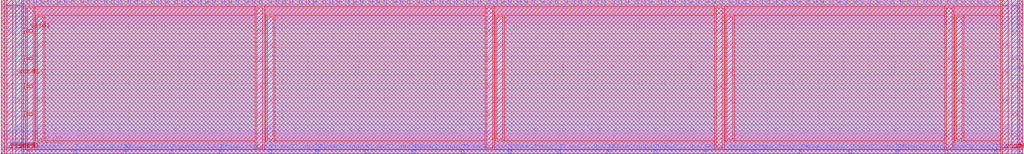
<source format=lef>
##
## LEF for PtnCells ;
## created by Innovus v19.11-s128_1 on Tue Nov 23 23:10:52 2021
##

VERSION 5.7 ;

BUSBITCHARS "[]" ;
DIVIDERCHAR "/" ;

MACRO S_term_single2
  CLASS BLOCK ;
  SIZE 200.100000 BY 30.260000 ;
  FOREIGN S_term_single2 0.000000 0.000000 ;
  ORIGIN 0 0 ;
  SYMMETRY X Y R90 ;
  PIN N1BEG[3]
    DIRECTION OUTPUT ;
    USE SIGNAL ;
    ANTENNADIFFAREA 1.782 LAYER met2  ;
    ANTENNAPARTIALMETALAREA 0.891 LAYER met2  ;
    ANTENNAPARTIALMETALSIDEAREA 4.347 LAYER met2  ;
    PORT
      LAYER met2 ;
        RECT 9.240000 29.560000 9.620000 30.260000 ;
    END
  END N1BEG[3]
  PIN N1BEG[2]
    DIRECTION OUTPUT ;
    USE SIGNAL ;
    ANTENNADIFFAREA 1.782 LAYER met2  ;
    ANTENNAPARTIALMETALAREA 1.4314 LAYER met2  ;
    ANTENNAPARTIALMETALSIDEAREA 7.049 LAYER met2  ;
    PORT
      LAYER met2 ;
        RECT 7.860000 29.560000 8.240000 30.260000 ;
    END
  END N1BEG[2]
  PIN N1BEG[1]
    DIRECTION OUTPUT ;
    USE SIGNAL ;
    ANTENNAPARTIALMETALAREA 0.7455 LAYER met2  ;
    ANTENNAPARTIALMETALSIDEAREA 3.5665 LAYER met2  ;
    ANTENNAPARTIALCUTAREA 0.04 LAYER via2  ;
    ANTENNADIFFAREA 1.782 LAYER met3  ;
    ANTENNAPARTIALMETALAREA 8.1648 LAYER met3  ;
    ANTENNAPARTIALMETALSIDEAREA 44.016 LAYER met3  ;
    PORT
      LAYER met2 ;
        RECT 6.480000 29.560000 6.860000 30.260000 ;
    END
  END N1BEG[1]
  PIN N1BEG[0]
    DIRECTION OUTPUT ;
    USE SIGNAL ;
    ANTENNADIFFAREA 1.782 LAYER met2  ;
    ANTENNAPARTIALMETALAREA 1.1626 LAYER met2  ;
    ANTENNAPARTIALMETALSIDEAREA 5.705 LAYER met2  ;
    PORT
      LAYER met2 ;
        RECT 5.100000 29.560000 5.480000 30.260000 ;
    END
  END N1BEG[0]
  PIN N2BEG[7]
    DIRECTION OUTPUT ;
    USE SIGNAL ;
    ANTENNAPARTIALMETALAREA 1.1725 LAYER met2  ;
    ANTENNAPARTIALMETALSIDEAREA 5.7015 LAYER met2  ;
    ANTENNAPARTIALCUTAREA 0.04 LAYER via2  ;
    ANTENNADIFFAREA 1.782 LAYER met3  ;
    ANTENNAPARTIALMETALAREA 8.9508 LAYER met3  ;
    ANTENNAPARTIALMETALSIDEAREA 48.208 LAYER met3  ;
    PORT
      LAYER met2 ;
        RECT 21.660000 29.560000 22.040000 30.260000 ;
    END
  END N2BEG[7]
  PIN N2BEG[6]
    DIRECTION OUTPUT ;
    USE SIGNAL ;
    ANTENNAPARTIALMETALAREA 1.7211 LAYER met2  ;
    ANTENNAPARTIALMETALSIDEAREA 8.3265 LAYER met2  ;
    ANTENNAPARTIALCUTAREA 0.04 LAYER via2  ;
    ANTENNADIFFAREA 1.782 LAYER met3  ;
    ANTENNAPARTIALMETALAREA 3.2928 LAYER met3  ;
    ANTENNAPARTIALMETALSIDEAREA 18.032 LAYER met3  ;
    PORT
      LAYER met2 ;
        RECT 20.280000 29.560000 20.660000 30.260000 ;
    END
  END N2BEG[6]
  PIN N2BEG[5]
    DIRECTION OUTPUT ;
    USE SIGNAL ;
    ANTENNADIFFAREA 1.782 LAYER met2  ;
    ANTENNAPARTIALMETALAREA 1.6526 LAYER met2  ;
    ANTENNAPARTIALMETALSIDEAREA 8.155 LAYER met2  ;
    PORT
      LAYER met2 ;
        RECT 18.440000 29.560000 18.820000 30.260000 ;
    END
  END N2BEG[5]
  PIN N2BEG[4]
    DIRECTION OUTPUT ;
    USE SIGNAL ;
    ANTENNADIFFAREA 1.782 LAYER met2  ;
    ANTENNAPARTIALMETALAREA 2.1074 LAYER met2  ;
    ANTENNAPARTIALMETALSIDEAREA 10.311 LAYER met2  ;
    PORT
      LAYER met2 ;
        RECT 17.060000 29.560000 17.440000 30.260000 ;
    END
  END N2BEG[4]
  PIN N2BEG[3]
    DIRECTION OUTPUT ;
    USE SIGNAL ;
    ANTENNADIFFAREA 1.782 LAYER met2  ;
    ANTENNAPARTIALMETALAREA 1.2718 LAYER met2  ;
    ANTENNAPARTIALMETALSIDEAREA 6.251 LAYER met2  ;
    PORT
      LAYER met2 ;
        RECT 15.680000 29.560000 16.060000 30.260000 ;
    END
  END N2BEG[3]
  PIN N2BEG[2]
    DIRECTION OUTPUT ;
    USE SIGNAL ;
    ANTENNADIFFAREA 1.782 LAYER met2  ;
    ANTENNAPARTIALMETALAREA 1.1246 LAYER met2  ;
    ANTENNAPARTIALMETALSIDEAREA 5.397 LAYER met2  ;
    PORT
      LAYER met2 ;
        RECT 13.840000 29.560000 14.220000 30.260000 ;
    END
  END N2BEG[2]
  PIN N2BEG[1]
    DIRECTION OUTPUT ;
    USE SIGNAL ;
    ANTENNADIFFAREA 1.782 LAYER met2  ;
    ANTENNAPARTIALMETALAREA 1.5098 LAYER met2  ;
    ANTENNAPARTIALMETALSIDEAREA 7.441 LAYER met2  ;
    PORT
      LAYER met2 ;
        RECT 12.460000 29.560000 12.840000 30.260000 ;
    END
  END N2BEG[1]
  PIN N2BEG[0]
    DIRECTION OUTPUT ;
    USE SIGNAL ;
    ANTENNADIFFAREA 1.782 LAYER met2  ;
    ANTENNAPARTIALMETALAREA 1.0602 LAYER met2  ;
    ANTENNAPARTIALMETALSIDEAREA 5.075 LAYER met2  ;
    PORT
      LAYER met2 ;
        RECT 11.080000 29.560000 11.460000 30.260000 ;
    END
  END N2BEG[0]
  PIN N2BEGb[7]
    DIRECTION OUTPUT ;
    USE SIGNAL ;
    ANTENNADIFFAREA 1.782 LAYER met2  ;
    ANTENNAPARTIALMETALAREA 1.224 LAYER met2  ;
    ANTENNAPARTIALMETALSIDEAREA 5.894 LAYER met2  ;
    PORT
      LAYER met2 ;
        RECT 34.080000 29.560000 34.460000 30.260000 ;
    END
  END N2BEGb[7]
  PIN N2BEGb[6]
    DIRECTION OUTPUT ;
    USE SIGNAL ;
    ANTENNADIFFAREA 1.782 LAYER met2  ;
    ANTENNAPARTIALMETALAREA 1.8694 LAYER met2  ;
    ANTENNAPARTIALMETALSIDEAREA 9.121 LAYER met2  ;
    PORT
      LAYER met2 ;
        RECT 32.240000 29.560000 32.620000 30.260000 ;
    END
  END N2BEGb[6]
  PIN N2BEGb[5]
    DIRECTION OUTPUT ;
    USE SIGNAL ;
    ANTENNADIFFAREA 1.782 LAYER met2  ;
    ANTENNAPARTIALMETALAREA 1.1288 LAYER met2  ;
    ANTENNAPARTIALMETALSIDEAREA 5.418 LAYER met2  ;
    PORT
      LAYER met2 ;
        RECT 30.860000 29.560000 31.240000 30.260000 ;
    END
  END N2BEGb[5]
  PIN N2BEGb[4]
    DIRECTION OUTPUT ;
    USE SIGNAL ;
    ANTENNADIFFAREA 1.782 LAYER met2  ;
    ANTENNAPARTIALMETALAREA 1.553 LAYER met2  ;
    ANTENNAPARTIALMETALSIDEAREA 7.539 LAYER met2  ;
    PORT
      LAYER met2 ;
        RECT 29.480000 29.560000 29.860000 30.260000 ;
    END
  END N2BEGb[4]
  PIN N2BEGb[3]
    DIRECTION OUTPUT ;
    USE SIGNAL ;
    ANTENNADIFFAREA 1.782 LAYER met2  ;
    ANTENNAPARTIALMETALAREA 1.612 LAYER met2  ;
    ANTENNAPARTIALMETALSIDEAREA 7.952 LAYER met2  ;
    PORT
      LAYER met2 ;
        RECT 27.640000 29.560000 28.020000 30.260000 ;
    END
  END N2BEGb[3]
  PIN N2BEGb[2]
    DIRECTION OUTPUT ;
    USE SIGNAL ;
    ANTENNADIFFAREA 1.782 LAYER met2  ;
    ANTENNAPARTIALMETALAREA 1.2718 LAYER met2  ;
    ANTENNAPARTIALMETALSIDEAREA 6.251 LAYER met2  ;
    PORT
      LAYER met2 ;
        RECT 26.260000 29.560000 26.640000 30.260000 ;
    END
  END N2BEGb[2]
  PIN N2BEGb[1]
    DIRECTION OUTPUT ;
    USE SIGNAL ;
    ANTENNADIFFAREA 1.782 LAYER met2  ;
    ANTENNAPARTIALMETALAREA 1.0072 LAYER met2  ;
    ANTENNAPARTIALMETALSIDEAREA 4.928 LAYER met2  ;
    PORT
      LAYER met2 ;
        RECT 24.880000 29.560000 25.260000 30.260000 ;
    END
  END N2BEGb[1]
  PIN N2BEGb[0]
    DIRECTION OUTPUT ;
    USE SIGNAL ;
    ANTENNAPARTIALMETALAREA 1.6849 LAYER met2  ;
    ANTENNAPARTIALMETALSIDEAREA 8.2635 LAYER met2  ;
    ANTENNAPARTIALCUTAREA 0.04 LAYER via2  ;
    ANTENNADIFFAREA 1.782 LAYER met3  ;
    ANTENNAPARTIALMETALAREA 6.1428 LAYER met3  ;
    ANTENNAPARTIALMETALSIDEAREA 33.232 LAYER met3  ;
    PORT
      LAYER met2 ;
        RECT 23.040000 29.560000 23.420000 30.260000 ;
    END
  END N2BEGb[0]
  PIN N4BEG[15]
    DIRECTION OUTPUT ;
    USE SIGNAL ;
    ANTENNAPARTIALMETALAREA 1.2369 LAYER met2  ;
    ANTENNAPARTIALMETALSIDEAREA 6.0235 LAYER met2  ;
    ANTENNAPARTIALCUTAREA 0.04 LAYER via2  ;
    ANTENNADIFFAREA 1.782 LAYER met3  ;
    ANTENNAPARTIALMETALAREA 13.8258 LAYER met3  ;
    ANTENNAPARTIALMETALSIDEAREA 74.208 LAYER met3  ;
    PORT
      LAYER met2 ;
        RECT 58.460000 29.560000 58.840000 30.260000 ;
    END
  END N4BEG[15]
  PIN N4BEG[14]
    DIRECTION OUTPUT ;
    USE SIGNAL ;
    ANTENNADIFFAREA 1.782 LAYER met2  ;
    ANTENNAPARTIALMETALAREA 1.367 LAYER met2  ;
    ANTENNAPARTIALMETALSIDEAREA 6.727 LAYER met2  ;
    PORT
      LAYER met2 ;
        RECT 56.620000 29.560000 57.000000 30.260000 ;
    END
  END N4BEG[14]
  PIN N4BEG[13]
    DIRECTION OUTPUT ;
    USE SIGNAL ;
    ANTENNADIFFAREA 1.782 LAYER met2  ;
    ANTENNAPARTIALMETALAREA 0.9554 LAYER met2  ;
    ANTENNAPARTIALMETALSIDEAREA 4.669 LAYER met2  ;
    PORT
      LAYER met2 ;
        RECT 55.240000 29.560000 55.620000 30.260000 ;
    END
  END N4BEG[13]
  PIN N4BEG[12]
    DIRECTION OUTPUT ;
    USE SIGNAL ;
    ANTENNADIFFAREA 1.782 LAYER met2  ;
    ANTENNAPARTIALMETALAREA 1.8218 LAYER met2  ;
    ANTENNAPARTIALMETALSIDEAREA 8.883 LAYER met2  ;
    PORT
      LAYER met2 ;
        RECT 53.860000 29.560000 54.240000 30.260000 ;
    END
  END N4BEG[12]
  PIN N4BEG[11]
    DIRECTION OUTPUT ;
    USE SIGNAL ;
    ANTENNADIFFAREA 1.782 LAYER met2  ;
    ANTENNAPARTIALMETALAREA 1.3458 LAYER met2  ;
    ANTENNAPARTIALMETALSIDEAREA 6.503 LAYER met2  ;
    PORT
      LAYER met2 ;
        RECT 52.480000 29.560000 52.860000 30.260000 ;
    END
  END N4BEG[11]
  PIN N4BEG[10]
    DIRECTION OUTPUT ;
    USE SIGNAL ;
    ANTENNADIFFAREA 1.782 LAYER met2  ;
    ANTENNAPARTIALMETALAREA 1.1078 LAYER met2  ;
    ANTENNAPARTIALMETALSIDEAREA 5.313 LAYER met2  ;
    PORT
      LAYER met2 ;
        RECT 50.640000 29.560000 51.020000 30.260000 ;
    END
  END N4BEG[10]
  PIN N4BEG[9]
    DIRECTION OUTPUT ;
    USE SIGNAL ;
    ANTENNADIFFAREA 1.782 LAYER met2  ;
    ANTENNAPARTIALMETALAREA 2.8214 LAYER met2  ;
    ANTENNAPARTIALMETALSIDEAREA 13.881 LAYER met2  ;
    PORT
      LAYER met2 ;
        RECT 49.260000 29.560000 49.640000 30.260000 ;
    END
  END N4BEG[9]
  PIN N4BEG[8]
    DIRECTION OUTPUT ;
    USE SIGNAL ;
    ANTENNADIFFAREA 1.782 LAYER met2  ;
    ANTENNAPARTIALMETALAREA 2.8214 LAYER met2  ;
    ANTENNAPARTIALMETALSIDEAREA 13.881 LAYER met2  ;
    PORT
      LAYER met2 ;
        RECT 47.880000 29.560000 48.260000 30.260000 ;
    END
  END N4BEG[8]
  PIN N4BEG[7]
    DIRECTION OUTPUT ;
    USE SIGNAL ;
    ANTENNAPARTIALMETALAREA 0.7455 LAYER met2  ;
    ANTENNAPARTIALMETALSIDEAREA 3.5665 LAYER met2  ;
    ANTENNAPARTIALCUTAREA 0.04 LAYER via2  ;
    ANTENNADIFFAREA 1.782 LAYER met3  ;
    ANTENNAPARTIALMETALAREA 1.2228 LAYER met3  ;
    ANTENNAPARTIALMETALSIDEAREA 6.992 LAYER met3  ;
    PORT
      LAYER met2 ;
        RECT 46.040000 29.560000 46.420000 30.260000 ;
    END
  END N4BEG[7]
  PIN N4BEG[6]
    DIRECTION OUTPUT ;
    USE SIGNAL ;
    ANTENNAPARTIALMETALAREA 1.7703 LAYER met2  ;
    ANTENNAPARTIALMETALSIDEAREA 8.6905 LAYER met2  ;
    ANTENNAPARTIALCUTAREA 0.04 LAYER via2  ;
    ANTENNADIFFAREA 1.782 LAYER met3  ;
    ANTENNAPARTIALMETALAREA 15.7548 LAYER met3  ;
    ANTENNAPARTIALMETALSIDEAREA 84.496 LAYER met3  ;
    PORT
      LAYER met2 ;
        RECT 44.660000 29.560000 45.040000 30.260000 ;
    END
  END N4BEG[6]
  PIN N4BEG[5]
    DIRECTION OUTPUT ;
    USE SIGNAL ;
    ANTENNADIFFAREA 1.782 LAYER met2  ;
    ANTENNAPARTIALMETALAREA 2.6954 LAYER met2  ;
    ANTENNAPARTIALMETALSIDEAREA 13.251 LAYER met2  ;
    PORT
      LAYER met2 ;
        RECT 43.280000 29.560000 43.660000 30.260000 ;
    END
  END N4BEG[5]
  PIN N4BEG[4]
    DIRECTION OUTPUT ;
    USE SIGNAL ;
    ANTENNADIFFAREA 1.782 LAYER met2  ;
    ANTENNAPARTIALMETALAREA 1.7742 LAYER met2  ;
    ANTENNAPARTIALMETALSIDEAREA 8.645 LAYER met2  ;
    PORT
      LAYER met2 ;
        RECT 41.440000 29.560000 41.820000 30.260000 ;
    END
  END N4BEG[4]
  PIN N4BEG[3]
    DIRECTION OUTPUT ;
    USE SIGNAL ;
    ANTENNAPARTIALMETALAREA 3.2221 LAYER met2  ;
    ANTENNAPARTIALMETALSIDEAREA 15.9495 LAYER met2  ;
    ANTENNAPARTIALCUTAREA 0.04 LAYER via2  ;
    ANTENNADIFFAREA 1.782 LAYER met3  ;
    ANTENNAPARTIALMETALAREA 16.9518 LAYER met3  ;
    ANTENNAPARTIALMETALSIDEAREA 90.88 LAYER met3  ;
    PORT
      LAYER met2 ;
        RECT 40.060000 29.560000 40.440000 30.260000 ;
    END
  END N4BEG[3]
  PIN N4BEG[2]
    DIRECTION OUTPUT ;
    USE SIGNAL ;
    ANTENNADIFFAREA 1.782 LAYER met2  ;
    ANTENNAPARTIALMETALAREA 1.4068 LAYER met2  ;
    ANTENNAPARTIALMETALSIDEAREA 6.916 LAYER met2  ;
    PORT
      LAYER met2 ;
        RECT 38.680000 29.560000 39.060000 30.260000 ;
    END
  END N4BEG[2]
  PIN N4BEG[1]
    DIRECTION OUTPUT ;
    USE SIGNAL ;
    ANTENNADIFFAREA 1.782 LAYER met2  ;
    ANTENNAPARTIALMETALAREA 1.4886 LAYER met2  ;
    ANTENNAPARTIALMETALSIDEAREA 7.217 LAYER met2  ;
    PORT
      LAYER met2 ;
        RECT 36.840000 29.560000 37.220000 30.260000 ;
    END
  END N4BEG[1]
  PIN N4BEG[0]
    DIRECTION OUTPUT ;
    USE SIGNAL ;
    ANTENNADIFFAREA 1.782 LAYER met2  ;
    ANTENNAPARTIALMETALAREA 1.4886 LAYER met2  ;
    ANTENNAPARTIALMETALSIDEAREA 7.217 LAYER met2  ;
    PORT
      LAYER met2 ;
        RECT 35.460000 29.560000 35.840000 30.260000 ;
    END
  END N4BEG[0]
  PIN NN4BEG[15]
    DIRECTION OUTPUT ;
    USE SIGNAL ;
    ANTENNADIFFAREA 1.782 LAYER met2  ;
    ANTENNAPARTIALMETALAREA 1.0736 LAYER met2  ;
    ANTENNAPARTIALMETALSIDEAREA 5.25 LAYER met2  ;
    PORT
      LAYER met2 ;
        RECT 82.840000 29.560000 83.220000 30.260000 ;
    END
  END NN4BEG[15]
  PIN NN4BEG[14]
    DIRECTION OUTPUT ;
    USE SIGNAL ;
    ANTENNADIFFAREA 1.782 LAYER met2  ;
    ANTENNAPARTIALMETALAREA 1.591 LAYER met2  ;
    ANTENNAPARTIALMETALSIDEAREA 7.847 LAYER met2  ;
    PORT
      LAYER met2 ;
        RECT 81.460000 29.560000 81.840000 30.260000 ;
    END
  END NN4BEG[14]
  PIN NN4BEG[13]
    DIRECTION OUTPUT ;
    USE SIGNAL ;
    ANTENNADIFFAREA 1.782 LAYER met2  ;
    ANTENNAPARTIALMETALAREA 2.2502 LAYER met2  ;
    ANTENNAPARTIALMETALSIDEAREA 11.025 LAYER met2  ;
    PORT
      LAYER met2 ;
        RECT 79.620000 29.560000 80.000000 30.260000 ;
    END
  END NN4BEG[13]
  PIN NN4BEG[12]
    DIRECTION OUTPUT ;
    USE SIGNAL ;
    ANTENNADIFFAREA 1.782 LAYER met2  ;
    ANTENNAPARTIALMETALAREA 2.7262 LAYER met2  ;
    ANTENNAPARTIALMETALSIDEAREA 13.405 LAYER met2  ;
    PORT
      LAYER met2 ;
        RECT 78.240000 29.560000 78.620000 30.260000 ;
    END
  END NN4BEG[12]
  PIN NN4BEG[11]
    DIRECTION OUTPUT ;
    USE SIGNAL ;
    ANTENNADIFFAREA 1.782 LAYER met2  ;
    ANTENNAPARTIALMETALAREA 2.1762 LAYER met2  ;
    ANTENNAPARTIALMETALSIDEAREA 10.773 LAYER met2  ;
    PORT
      LAYER met2 ;
        RECT 76.860000 29.560000 77.240000 30.260000 ;
    END
  END NN4BEG[11]
  PIN NN4BEG[10]
    DIRECTION OUTPUT ;
    USE SIGNAL ;
    ANTENNADIFFAREA 1.782 LAYER met2  ;
    ANTENNAPARTIALMETALAREA 1.1246 LAYER met2  ;
    ANTENNAPARTIALMETALSIDEAREA 5.397 LAYER met2  ;
    PORT
      LAYER met2 ;
        RECT 75.020000 29.560000 75.400000 30.260000 ;
    END
  END NN4BEG[10]
  PIN NN4BEG[9]
    DIRECTION OUTPUT ;
    USE SIGNAL ;
    ANTENNADIFFAREA 1.782 LAYER met2  ;
    ANTENNAPARTIALMETALAREA 1.2842 LAYER met2  ;
    ANTENNAPARTIALMETALSIDEAREA 6.195 LAYER met2  ;
    PORT
      LAYER met2 ;
        RECT 73.640000 29.560000 74.020000 30.260000 ;
    END
  END NN4BEG[9]
  PIN NN4BEG[8]
    DIRECTION OUTPUT ;
    USE SIGNAL ;
    ANTENNADIFFAREA 1.782 LAYER met2  ;
    ANTENNAPARTIALMETALAREA 1.0812 LAYER met2  ;
    ANTENNAPARTIALMETALSIDEAREA 5.18 LAYER met2  ;
    PORT
      LAYER met2 ;
        RECT 72.260000 29.560000 72.640000 30.260000 ;
    END
  END NN4BEG[8]
  PIN NN4BEG[7]
    DIRECTION OUTPUT ;
    USE SIGNAL ;
    ANTENNADIFFAREA 1.782 LAYER met2  ;
    ANTENNAPARTIALMETALAREA 1.1722 LAYER met2  ;
    ANTENNAPARTIALMETALSIDEAREA 5.635 LAYER met2  ;
    PORT
      LAYER met2 ;
        RECT 70.420000 29.560000 70.800000 30.260000 ;
    END
  END NN4BEG[7]
  PIN NN4BEG[6]
    DIRECTION OUTPUT ;
    USE SIGNAL ;
    ANTENNADIFFAREA 1.782 LAYER met2  ;
    ANTENNAPARTIALMETALAREA 1.0602 LAYER met2  ;
    ANTENNAPARTIALMETALSIDEAREA 5.075 LAYER met2  ;
    PORT
      LAYER met2 ;
        RECT 69.040000 29.560000 69.420000 30.260000 ;
    END
  END NN4BEG[6]
  PIN NN4BEG[5]
    DIRECTION OUTPUT ;
    USE SIGNAL ;
    ANTENNADIFFAREA 1.782 LAYER met2  ;
    ANTENNAPARTIALMETALAREA 1.6006 LAYER met2  ;
    ANTENNAPARTIALMETALSIDEAREA 7.777 LAYER met2  ;
    PORT
      LAYER met2 ;
        RECT 67.660000 29.560000 68.040000 30.260000 ;
    END
  END NN4BEG[5]
  PIN NN4BEG[4]
    DIRECTION OUTPUT ;
    USE SIGNAL ;
    ANTENNAPARTIALMETALAREA 2.1343 LAYER met2  ;
    ANTENNAPARTIALMETALSIDEAREA 10.5105 LAYER met2  ;
    ANTENNAPARTIALCUTAREA 0.04 LAYER via2  ;
    ANTENNADIFFAREA 1.782 LAYER met3  ;
    ANTENNAPARTIALMETALAREA 15.0648 LAYER met3  ;
    ANTENNAPARTIALMETALSIDEAREA 80.816 LAYER met3  ;
    PORT
      LAYER met2 ;
        RECT 65.820000 29.560000 66.200000 30.260000 ;
    END
  END NN4BEG[4]
  PIN NN4BEG[3]
    DIRECTION OUTPUT ;
    USE SIGNAL ;
    ANTENNAPARTIALMETALAREA 2.4549 LAYER met2  ;
    ANTENNAPARTIALMETALSIDEAREA 12.1135 LAYER met2  ;
    ANTENNAPARTIALCUTAREA 0.04 LAYER via2  ;
    ANTENNADIFFAREA 1.782 LAYER met3  ;
    ANTENNAPARTIALMETALAREA 15.7548 LAYER met3  ;
    ANTENNAPARTIALMETALSIDEAREA 84.496 LAYER met3  ;
    PORT
      LAYER met2 ;
        RECT 64.440000 29.560000 64.820000 30.260000 ;
    END
  END NN4BEG[3]
  PIN NN4BEG[2]
    DIRECTION OUTPUT ;
    USE SIGNAL ;
    ANTENNADIFFAREA 1.782 LAYER met2  ;
    ANTENNAPARTIALMETALAREA 1.5838 LAYER met2  ;
    ANTENNAPARTIALMETALSIDEAREA 7.693 LAYER met2  ;
    PORT
      LAYER met2 ;
        RECT 63.060000 29.560000 63.440000 30.260000 ;
    END
  END NN4BEG[2]
  PIN NN4BEG[1]
    DIRECTION OUTPUT ;
    USE SIGNAL ;
    ANTENNAPARTIALMETALAREA 2.6395 LAYER met2  ;
    ANTENNAPARTIALMETALSIDEAREA 12.9185 LAYER met2  ;
    ANTENNAPARTIALCUTAREA 0.04 LAYER via2  ;
    ANTENNADIFFAREA 1.782 LAYER met3  ;
    ANTENNAPARTIALMETALAREA 15.7098 LAYER met3  ;
    ANTENNAPARTIALMETALSIDEAREA 84.256 LAYER met3  ;
    PORT
      LAYER met2 ;
        RECT 61.220000 29.560000 61.600000 30.260000 ;
    END
  END NN4BEG[1]
  PIN NN4BEG[0]
    DIRECTION OUTPUT ;
    USE SIGNAL ;
    ANTENNADIFFAREA 1.782 LAYER met2  ;
    ANTENNAPARTIALMETALAREA 1.665 LAYER met2  ;
    ANTENNAPARTIALMETALSIDEAREA 8.099 LAYER met2  ;
    PORT
      LAYER met2 ;
        RECT 59.840000 29.560000 60.220000 30.260000 ;
    END
  END NN4BEG[0]
  PIN S1END[3]
    DIRECTION INPUT ;
    USE SIGNAL ;
    ANTENNAPARTIALMETALAREA 1.1212 LAYER met2  ;
    ANTENNAPARTIALMETALSIDEAREA 5.488 LAYER met2  ;
    ANTENNAMODEL OXIDE1 ;
    ANTENNAGATEAREA 0.7425 LAYER met2  ;
    ANTENNAMAXAREACAR 6.30626 LAYER met2  ;
    ANTENNAMAXSIDEAREACAR 30.1367 LAYER met2  ;
    ANTENNAMAXCUTCAR 0.0692256 LAYER via2  ;
    PORT
      LAYER met2 ;
        RECT 88.820000 29.560000 89.200000 30.260000 ;
    END
  END S1END[3]
  PIN S1END[2]
    DIRECTION INPUT ;
    USE SIGNAL ;
    ANTENNAPARTIALMETALAREA 1.1078 LAYER met2  ;
    ANTENNAPARTIALMETALSIDEAREA 5.313 LAYER met2  ;
    ANTENNAMODEL OXIDE1 ;
    ANTENNAGATEAREA 0.7425 LAYER met2  ;
    ANTENNAMAXAREACAR 1.95219 LAYER met2  ;
    ANTENNAMAXSIDEAREACAR 8.31178 LAYER met2  ;
    ANTENNAMAXCUTCAR 0.0692256 LAYER via2  ;
    PORT
      LAYER met2 ;
        RECT 87.440000 29.560000 87.820000 30.260000 ;
    END
  END S1END[2]
  PIN S1END[1]
    DIRECTION INPUT ;
    USE SIGNAL ;
    ANTENNAPARTIALMETALAREA 1.3223 LAYER met2  ;
    ANTENNAPARTIALMETALSIDEAREA 6.4505 LAYER met2  ;
    ANTENNAPARTIALCUTAREA 0.04 LAYER via2  ;
    ANTENNAPARTIALMETALAREA 21.5058 LAYER met3  ;
    ANTENNAPARTIALMETALSIDEAREA 115.168 LAYER met3  ;
    ANTENNAMODEL OXIDE1 ;
    ANTENNAGATEAREA 0.7425 LAYER met3  ;
    ANTENNAMAXAREACAR 30.3172 LAYER met3  ;
    ANTENNAMAXSIDEAREACAR 160.408 LAYER met3  ;
    ANTENNAMAXCUTCAR 0.123098 LAYER via3  ;
    PORT
      LAYER met2 ;
        RECT 86.060000 29.560000 86.440000 30.260000 ;
    END
  END S1END[1]
  PIN S1END[0]
    DIRECTION INPUT ;
    USE SIGNAL ;
    ANTENNAPARTIALMETALAREA 0.9807 LAYER met2  ;
    ANTENNAPARTIALMETALSIDEAREA 4.7425 LAYER met2  ;
    ANTENNAPARTIALCUTAREA 0.04 LAYER via2  ;
    ANTENNAPARTIALMETALAREA 16.6758 LAYER met3  ;
    ANTENNAPARTIALMETALSIDEAREA 89.408 LAYER met3  ;
    ANTENNAMODEL OXIDE1 ;
    ANTENNAGATEAREA 0.7425 LAYER met3  ;
    ANTENNAMAXAREACAR 23.2343 LAYER met3  ;
    ANTENNAMAXSIDEAREACAR 122.971 LAYER met3  ;
    ANTENNAMAXCUTCAR 0.123098 LAYER via3  ;
    PORT
      LAYER met2 ;
        RECT 84.220000 29.560000 84.600000 30.260000 ;
    END
  END S1END[0]
  PIN S2MID[7]
    DIRECTION INPUT ;
    USE SIGNAL ;
    ANTENNAPARTIALMETALAREA 1.1554 LAYER met2  ;
    ANTENNAPARTIALMETALSIDEAREA 5.551 LAYER met2  ;
    ANTENNAMODEL OXIDE1 ;
    ANTENNAGATEAREA 0.7425 LAYER met2  ;
    ANTENNAMAXAREACAR 2.15327 LAYER met2  ;
    ANTENNAMAXSIDEAREACAR 9.22626 LAYER met2  ;
    ANTENNAMAXCUTCAR 0.0692256 LAYER via2  ;
    PORT
      LAYER met2 ;
        RECT 113.200000 29.560000 113.580000 30.260000 ;
    END
  END S2MID[7]
  PIN S2MID[6]
    DIRECTION INPUT ;
    USE SIGNAL ;
    ANTENNAPARTIALMETALAREA 6.3422 LAYER met2  ;
    ANTENNAPARTIALMETALSIDEAREA 31.367 LAYER met2  ;
    ANTENNAMODEL OXIDE1 ;
    ANTENNAGATEAREA 0.7425 LAYER met2  ;
    ANTENNAMAXAREACAR 9.06909 LAYER met2  ;
    ANTENNAMAXSIDEAREACAR 43.6465 LAYER met2  ;
    ANTENNAMAXCUTCAR 0.0692256 LAYER via2  ;
    PORT
      LAYER met2 ;
        RECT 111.820000 29.560000 112.200000 30.260000 ;
    END
  END S2MID[6]
  PIN S2MID[5]
    DIRECTION INPUT ;
    USE SIGNAL ;
    ANTENNAPARTIALCUTAREA 0.04 LAYER via2  ;
    ANTENNAPARTIALMETALAREA 16.0128 LAYER met3  ;
    ANTENNAPARTIALMETALSIDEAREA 85.872 LAYER met3  ;
    ANTENNAMODEL OXIDE1 ;
    ANTENNAGATEAREA 0.7425 LAYER met3  ;
    ANTENNAMAXAREACAR 23.5471 LAYER met3  ;
    ANTENNAMAXSIDEAREACAR 124.092 LAYER met3  ;
    ANTENNAMAXCUTCAR 0.123098 LAYER via3  ;
    PORT
      LAYER met2 ;
        RECT 110.440000 29.560000 110.820000 30.260000 ;
    END
  END S2MID[5]
  PIN S2MID[4]
    DIRECTION INPUT ;
    USE SIGNAL ;
    ANTENNAPARTIALMETALAREA 6.1058 LAYER met2  ;
    ANTENNAPARTIALMETALSIDEAREA 30.303 LAYER met2  ;
    ANTENNAMODEL OXIDE1 ;
    ANTENNAGATEAREA 0.7425 LAYER met2  ;
    ANTENNAMAXAREACAR 8.90721 LAYER met2  ;
    ANTENNAMAXSIDEAREACAR 42.996 LAYER met2  ;
    ANTENNAMAXCUTCAR 0.0692256 LAYER via2  ;
    PORT
      LAYER met2 ;
        RECT 108.600000 29.560000 108.980000 30.260000 ;
    END
  END S2MID[4]
  PIN S2MID[3]
    DIRECTION INPUT ;
    USE SIGNAL ;
    ANTENNAPARTIALMETALAREA 1.7688 LAYER met2  ;
    ANTENNAPARTIALMETALSIDEAREA 8.736 LAYER met2  ;
    ANTENNAMODEL OXIDE1 ;
    ANTENNAGATEAREA 0.7425 LAYER met2  ;
    ANTENNAMAXAREACAR 11.5397 LAYER met2  ;
    ANTENNAMAXSIDEAREACAR 56.3172 LAYER met2  ;
    ANTENNAMAXCUTCAR 0.0692256 LAYER via2  ;
    PORT
      LAYER met2 ;
        RECT 107.220000 29.560000 107.600000 30.260000 ;
    END
  END S2MID[3]
  PIN S2MID[2]
    DIRECTION INPUT ;
    USE SIGNAL ;
    ANTENNAPARTIALMETALAREA 2.9239 LAYER met2  ;
    ANTENNAPARTIALMETALSIDEAREA 14.4585 LAYER met2  ;
    ANTENNAPARTIALCUTAREA 0.04 LAYER via2  ;
    ANTENNAPARTIALMETALAREA 19.9878 LAYER met3  ;
    ANTENNAPARTIALMETALSIDEAREA 107.072 LAYER met3  ;
    ANTENNAMODEL OXIDE1 ;
    ANTENNAGATEAREA 0.7425 LAYER met3  ;
    ANTENNAMAXAREACAR 29.2461 LAYER met3  ;
    ANTENNAMAXSIDEAREACAR 153.973 LAYER met3  ;
    ANTENNAMAXCUTCAR 0.123098 LAYER via3  ;
    PORT
      LAYER met2 ;
        RECT 105.840000 29.560000 106.220000 30.260000 ;
    END
  END S2MID[2]
  PIN S2MID[1]
    DIRECTION INPUT ;
    USE SIGNAL ;
    ANTENNAPARTIALMETALAREA 1.9411 LAYER met2  ;
    ANTENNAPARTIALMETALSIDEAREA 9.5445 LAYER met2  ;
    ANTENNAPARTIALCUTAREA 0.04 LAYER via2  ;
    ANTENNAPARTIALMETALAREA 11.1108 LAYER met3  ;
    ANTENNAPARTIALMETALSIDEAREA 59.728 LAYER met3  ;
    ANTENNAMODEL OXIDE1 ;
    ANTENNAGATEAREA 0.7425 LAYER met3  ;
    ANTENNAMAXAREACAR 15.9156 LAYER met3  ;
    ANTENNAMAXSIDEAREACAR 83.7333 LAYER met3  ;
    ANTENNAMAXCUTCAR 0.123098 LAYER via3  ;
    PORT
      LAYER met2 ;
        RECT 104.000000 29.560000 104.380000 30.260000 ;
    END
  END S2MID[1]
  PIN S2MID[0]
    DIRECTION INPUT ;
    USE SIGNAL ;
    ANTENNAPARTIALMETALAREA 1.7954 LAYER met2  ;
    ANTENNAPARTIALMETALSIDEAREA 8.869 LAYER met2  ;
    ANTENNAMODEL OXIDE1 ;
    ANTENNAGATEAREA 0.7425 LAYER met2  ;
    ANTENNAMAXAREACAR 11.5095 LAYER met2  ;
    ANTENNAMAXSIDEAREACAR 56.1663 LAYER met2  ;
    ANTENNAMAXCUTCAR 0.0692256 LAYER via2  ;
    PORT
      LAYER met2 ;
        RECT 102.620000 29.560000 103.000000 30.260000 ;
    END
  END S2MID[0]
  PIN S2END[7]
    DIRECTION INPUT ;
    USE SIGNAL ;
    ANTENNAPARTIALMETALAREA 4.157 LAYER met2  ;
    ANTENNAPARTIALMETALSIDEAREA 20.559 LAYER met2  ;
    ANTENNAMODEL OXIDE1 ;
    ANTENNAGATEAREA 0.7425 LAYER met2  ;
    ANTENNAMAXAREACAR 6.19583 LAYER met2  ;
    ANTENNAMAXSIDEAREACAR 29.4391 LAYER met2  ;
    ANTENNAMAXCUTCAR 0.0692256 LAYER via2  ;
    PORT
      LAYER met2 ;
        RECT 101.240000 29.560000 101.620000 30.260000 ;
    END
  END S2END[7]
  PIN S2END[6]
    DIRECTION INPUT ;
    USE SIGNAL ;
    ANTENNAPARTIALMETALAREA 0.9959 LAYER met2  ;
    ANTENNAPARTIALMETALSIDEAREA 4.7005 LAYER met2  ;
    ANTENNAPARTIALCUTAREA 0.04 LAYER via2  ;
    ANTENNAPARTIALMETALAREA 10.9728 LAYER met3  ;
    ANTENNAPARTIALMETALSIDEAREA 58.992 LAYER met3  ;
    ANTENNAMODEL OXIDE1 ;
    ANTENNAGATEAREA 0.7425 LAYER met3  ;
    ANTENNAMAXAREACAR 17.7076 LAYER met3  ;
    ANTENNAMAXSIDEAREACAR 92.6317 LAYER met3  ;
    ANTENNAMAXCUTCAR 0.123098 LAYER via3  ;
    PORT
      LAYER met2 ;
        RECT 99.400000 29.560000 99.780000 30.260000 ;
    END
  END S2END[6]
  PIN S2END[5]
    DIRECTION INPUT ;
    USE SIGNAL ;
    ANTENNAPARTIALMETALAREA 5.3778 LAYER met2  ;
    ANTENNAPARTIALMETALSIDEAREA 26.663 LAYER met2  ;
    ANTENNAMODEL OXIDE1 ;
    ANTENNAGATEAREA 0.7425 LAYER met2  ;
    ANTENNAMAXAREACAR 7.85697 LAYER met2  ;
    ANTENNAMAXSIDEAREACAR 37.7448 LAYER met2  ;
    ANTENNAMAXCUTCAR 0.0692256 LAYER via2  ;
    PORT
      LAYER met2 ;
        RECT 98.020000 29.560000 98.400000 30.260000 ;
    END
  END S2END[5]
  PIN S2END[4]
    DIRECTION INPUT ;
    USE SIGNAL ;
    ANTENNAPARTIALMETALAREA 1.5503 LAYER met2  ;
    ANTENNAPARTIALMETALSIDEAREA 7.4725 LAYER met2  ;
    ANTENNAPARTIALCUTAREA 0.04 LAYER via2  ;
    ANTENNAPARTIALMETALAREA 15.3408 LAYER met3  ;
    ANTENNAPARTIALMETALSIDEAREA 82.288 LAYER met3  ;
    ANTENNAMODEL OXIDE1 ;
    ANTENNAGATEAREA 0.7425 LAYER met3  ;
    ANTENNAMAXAREACAR 21.419 LAYER met3  ;
    ANTENNAMAXSIDEAREACAR 113.24 LAYER met3  ;
    ANTENNAMAXCUTCAR 0.123098 LAYER via3  ;
    PORT
      LAYER met2 ;
        RECT 96.640000 29.560000 97.020000 30.260000 ;
    END
  END S2END[4]
  PIN S2END[3]
    DIRECTION INPUT ;
    USE SIGNAL ;
    ANTENNAPARTIALMETALAREA 1.4958 LAYER met2  ;
    ANTENNAPARTIALMETALSIDEAREA 7.371 LAYER met2  ;
    ANTENNAMODEL OXIDE1 ;
    ANTENNAGATEAREA 0.7425 LAYER met2  ;
    ANTENNAMAXAREACAR 7.59138 LAYER met2  ;
    ANTENNAMAXSIDEAREACAR 36.5758 LAYER met2  ;
    ANTENNAMAXCUTCAR 0.0692256 LAYER via2  ;
    PORT
      LAYER met2 ;
        RECT 95.260000 29.560000 95.640000 30.260000 ;
    END
  END S2END[3]
  PIN S2END[2]
    DIRECTION INPUT ;
    USE SIGNAL ;
    ANTENNAPARTIALMETALAREA 0.8698 LAYER met2  ;
    ANTENNAPARTIALMETALSIDEAREA 4.123 LAYER met2  ;
    ANTENNAMODEL OXIDE1 ;
    ANTENNAGATEAREA 0.7425 LAYER met2  ;
    ANTENNAMAXAREACAR 1.82404 LAYER met2  ;
    ANTENNAMAXSIDEAREACAR 6.87879 LAYER met2  ;
    ANTENNAMAXCUTCAR 0.0692256 LAYER via2  ;
    PORT
      LAYER met2 ;
        RECT 93.420000 29.560000 93.800000 30.260000 ;
    END
  END S2END[2]
  PIN S2END[1]
    DIRECTION INPUT ;
    USE SIGNAL ;
    ANTENNAPARTIALMETALAREA 1.8694 LAYER met2  ;
    ANTENNAPARTIALMETALSIDEAREA 9.121 LAYER met2  ;
    ANTENNAMODEL OXIDE1 ;
    ANTENNAGATEAREA 0.7425 LAYER met2  ;
    ANTENNAMAXAREACAR 2.97791 LAYER met2  ;
    ANTENNAMAXSIDEAREACAR 13.4404 LAYER met2  ;
    ANTENNAMAXCUTCAR 0.0692256 LAYER via2  ;
    PORT
      LAYER met2 ;
        RECT 92.040000 29.560000 92.420000 30.260000 ;
    END
  END S2END[1]
  PIN S2END[0]
    DIRECTION INPUT ;
    USE SIGNAL ;
    ANTENNAPARTIALMETALAREA 1.0506 LAYER met2  ;
    ANTENNAPARTIALMETALSIDEAREA 5.145 LAYER met2  ;
    ANTENNAMODEL OXIDE1 ;
    ANTENNAGATEAREA 0.7425 LAYER met2  ;
    ANTENNAMAXAREACAR 1.87515 LAYER met2  ;
    ANTENNAMAXSIDEAREACAR 8.08552 LAYER met2  ;
    ANTENNAMAXCUTCAR 0.0692256 LAYER via2  ;
    PORT
      LAYER met2 ;
        RECT 90.660000 29.560000 91.040000 30.260000 ;
    END
  END S2END[0]
  PIN S4END[15]
    DIRECTION INPUT ;
    USE SIGNAL ;
    ANTENNAPARTIALMETALAREA 5.5374 LAYER met2  ;
    ANTENNAPARTIALMETALSIDEAREA 27.461 LAYER met2  ;
    ANTENNAMODEL OXIDE1 ;
    ANTENNAGATEAREA 0.7425 LAYER met2  ;
    ANTENNAMAXAREACAR 8.07192 LAYER met2  ;
    ANTENNAMAXSIDEAREACAR 38.8195 LAYER met2  ;
    ANTENNAMAXCUTCAR 0.0692256 LAYER via2  ;
    PORT
      LAYER met2 ;
        RECT 138.040000 29.560000 138.420000 30.260000 ;
    END
  END S4END[15]
  PIN S4END[14]
    DIRECTION INPUT ;
    USE SIGNAL ;
    ANTENNAPARTIALMETALAREA 3.0947 LAYER met2  ;
    ANTENNAPARTIALMETALSIDEAREA 15.3125 LAYER met2  ;
    ANTENNAPARTIALCUTAREA 0.04 LAYER via2  ;
    ANTENNAPARTIALMETALAREA 22.1058 LAYER met3  ;
    ANTENNAPARTIALMETALSIDEAREA 118.368 LAYER met3  ;
    ANTENNAMODEL OXIDE1 ;
    ANTENNAGATEAREA 0.7425 LAYER met3  ;
    ANTENNAMAXAREACAR 32.9278 LAYER met3  ;
    ANTENNAMAXSIDEAREACAR 173.731 LAYER met3  ;
    ANTENNAMAXCUTCAR 0.123098 LAYER via3  ;
    PORT
      LAYER met2 ;
        RECT 136.200000 29.560000 136.580000 30.260000 ;
    END
  END S4END[14]
  PIN S4END[13]
    DIRECTION INPUT ;
    USE SIGNAL ;
    ANTENNAPARTIALMETALAREA 1.3867 LAYER met2  ;
    ANTENNAPARTIALMETALSIDEAREA 6.7725 LAYER met2  ;
    ANTENNAPARTIALCUTAREA 0.04 LAYER via2  ;
    ANTENNAPARTIALMETALAREA 15.9858 LAYER met3  ;
    ANTENNAPARTIALMETALSIDEAREA 85.728 LAYER met3  ;
    ANTENNAMODEL OXIDE1 ;
    ANTENNAGATEAREA 0.7425 LAYER met3  ;
    ANTENNAMAXAREACAR 22.2877 LAYER met3  ;
    ANTENNAMAXSIDEAREACAR 117.873 LAYER met3  ;
    ANTENNAMAXCUTCAR 0.123098 LAYER via3  ;
    PORT
      LAYER met2 ;
        RECT 134.820000 29.560000 135.200000 30.260000 ;
    END
  END S4END[13]
  PIN S4END[12]
    DIRECTION INPUT ;
    USE SIGNAL ;
    ANTENNAPARTIALMETALAREA 1.7996 LAYER met2  ;
    ANTENNAPARTIALMETALSIDEAREA 8.89 LAYER met2  ;
    ANTENNAMODEL OXIDE1 ;
    ANTENNAGATEAREA 0.7425 LAYER met2  ;
    ANTENNAMAXAREACAR 8.00054 LAYER met2  ;
    ANTENNAMAXSIDEAREACAR 38.6215 LAYER met2  ;
    ANTENNAMAXCUTCAR 0.0692256 LAYER via2  ;
    PORT
      LAYER met2 ;
        RECT 133.440000 29.560000 133.820000 30.260000 ;
    END
  END S4END[12]
  PIN S4END[11]
    DIRECTION INPUT ;
    USE SIGNAL ;
    ANTENNAPARTIALMETALAREA 1.7927 LAYER met2  ;
    ANTENNAPARTIALMETALSIDEAREA 8.8025 LAYER met2  ;
    ANTENNAPARTIALCUTAREA 0.04 LAYER via2  ;
    ANTENNAPARTIALMETALAREA 10.4688 LAYER met3  ;
    ANTENNAPARTIALMETALSIDEAREA 56.304 LAYER met3  ;
    ANTENNAMODEL OXIDE1 ;
    ANTENNAGATEAREA 0.7425 LAYER met3  ;
    ANTENNAMAXAREACAR 15.517 LAYER met3  ;
    ANTENNAMAXSIDEAREACAR 81.3845 LAYER met3  ;
    ANTENNAMAXCUTCAR 0.123098 LAYER via3  ;
    PORT
      LAYER met2 ;
        RECT 131.600000 29.560000 131.980000 30.260000 ;
    END
  END S4END[11]
  PIN S4END[10]
    DIRECTION INPUT ;
    USE SIGNAL ;
    ANTENNAPARTIALMETALAREA 1.2369 LAYER met2  ;
    ANTENNAPARTIALMETALSIDEAREA 6.0235 LAYER met2  ;
    ANTENNAPARTIALCUTAREA 0.04 LAYER via2  ;
    ANTENNAPARTIALMETALAREA 6.1908 LAYER met3  ;
    ANTENNAPARTIALMETALSIDEAREA 33.488 LAYER met3  ;
    ANTENNAMODEL OXIDE1 ;
    ANTENNAGATEAREA 0.7425 LAYER met3  ;
    ANTENNAMAXAREACAR 10.0131 LAYER met3  ;
    ANTENNAMAXSIDEAREACAR 51.8532 LAYER met3  ;
    ANTENNAMAXCUTCAR 0.123098 LAYER via3  ;
    PORT
      LAYER met2 ;
        RECT 130.220000 29.560000 130.600000 30.260000 ;
    END
  END S4END[10]
  PIN S4END[9]
    DIRECTION INPUT ;
    USE SIGNAL ;
    ANTENNAPARTIALMETALAREA 1.7814 LAYER met2  ;
    ANTENNAPARTIALMETALSIDEAREA 8.799 LAYER met2  ;
    ANTENNAMODEL OXIDE1 ;
    ANTENNAGATEAREA 0.7425 LAYER met2  ;
    ANTENNAMAXAREACAR 8.7563 LAYER met2  ;
    ANTENNAMAXSIDEAREACAR 41.4067 LAYER met2  ;
    ANTENNAMAXCUTCAR 0.0692256 LAYER via2  ;
    PORT
      LAYER met2 ;
        RECT 128.840000 29.560000 129.220000 30.260000 ;
    END
  END S4END[9]
  PIN S4END[8]
    DIRECTION INPUT ;
    USE SIGNAL ;
    ANTENNAPARTIALMETALAREA 3.1367 LAYER met2  ;
    ANTENNAPARTIALMETALSIDEAREA 15.5225 LAYER met2  ;
    ANTENNAPARTIALCUTAREA 0.04 LAYER via2  ;
    ANTENNAPARTIALMETALAREA 25.6428 LAYER met3  ;
    ANTENNAPARTIALMETALSIDEAREA 137.232 LAYER met3  ;
    ANTENNAMODEL OXIDE1 ;
    ANTENNAGATEAREA 0.7425 LAYER met3  ;
    ANTENNAMAXAREACAR 37.9976 LAYER met3  ;
    ANTENNAMAXSIDEAREACAR 200.758 LAYER met3  ;
    ANTENNAMAXCUTCAR 0.123098 LAYER via3  ;
    PORT
      LAYER met2 ;
        RECT 127.000000 29.560000 127.380000 30.260000 ;
    END
  END S4END[8]
  PIN S4END[7]
    DIRECTION INPUT ;
    USE SIGNAL ;
    ANTENNAPARTIALMETALAREA 2.1286 LAYER met2  ;
    ANTENNAPARTIALMETALSIDEAREA 10.535 LAYER met2  ;
    ANTENNAMODEL OXIDE1 ;
    ANTENNAGATEAREA 0.7425 LAYER met2  ;
    ANTENNAMAXAREACAR 9.20162 LAYER met2  ;
    ANTENNAMAXSIDEAREACAR 44.6269 LAYER met2  ;
    ANTENNAMAXCUTCAR 0.0692256 LAYER via2  ;
    PORT
      LAYER met2 ;
        RECT 125.620000 29.560000 126.000000 30.260000 ;
    END
  END S4END[7]
  PIN S4END[6]
    DIRECTION INPUT ;
    USE SIGNAL ;
    ANTENNAPARTIALMETALAREA 0.8309 LAYER met2  ;
    ANTENNAPARTIALMETALSIDEAREA 3.9935 LAYER met2  ;
    ANTENNAPARTIALCUTAREA 0.04 LAYER via2  ;
    ANTENNAPARTIALMETALAREA 3.5688 LAYER met3  ;
    ANTENNAPARTIALMETALSIDEAREA 19.504 LAYER met3  ;
    ANTENNAMODEL OXIDE1 ;
    ANTENNAGATEAREA 0.7425 LAYER met3  ;
    ANTENNAMAXAREACAR 6.71084 LAYER met3  ;
    ANTENNAMAXSIDEAREACAR 34.4148 LAYER met3  ;
    ANTENNAMAXCUTCAR 0.123098 LAYER via3  ;
    PORT
      LAYER met2 ;
        RECT 124.240000 29.560000 124.620000 30.260000 ;
    END
  END S4END[6]
  PIN S4END[5]
    DIRECTION INPUT ;
    USE SIGNAL ;
    ANTENNAPARTIALMETALAREA 1.0602 LAYER met2  ;
    ANTENNAPARTIALMETALSIDEAREA 5.075 LAYER met2  ;
    ANTENNAMODEL OXIDE1 ;
    ANTENNAGATEAREA 0.7425 LAYER met2  ;
    ANTENNAMAXAREACAR 2.21549 LAYER met2  ;
    ANTENNAMAXSIDEAREACAR 9.53737 LAYER met2  ;
    ANTENNAMAXCUTCAR 0.0692256 LAYER via2  ;
    PORT
      LAYER met2 ;
        RECT 122.400000 29.560000 122.780000 30.260000 ;
    END
  END S4END[5]
  PIN S4END[4]
    DIRECTION INPUT ;
    USE SIGNAL ;
    ANTENNAPARTIALMETALAREA 1.1078 LAYER met2  ;
    ANTENNAPARTIALMETALSIDEAREA 5.313 LAYER met2  ;
    ANTENNAMODEL OXIDE1 ;
    ANTENNAGATEAREA 0.7425 LAYER met2  ;
    ANTENNAMAXAREACAR 2.8 LAYER met2  ;
    ANTENNAMAXSIDEAREACAR 12.4599 LAYER met2  ;
    ANTENNAMAXCUTCAR 0.0692256 LAYER via2  ;
    PORT
      LAYER met2 ;
        RECT 121.020000 29.560000 121.400000 30.260000 ;
    END
  END S4END[4]
  PIN S4END[3]
    DIRECTION INPUT ;
    USE SIGNAL ;
    ANTENNAPARTIALMETALAREA 1.8218 LAYER met2  ;
    ANTENNAPARTIALMETALSIDEAREA 8.883 LAYER met2  ;
    ANTENNAMODEL OXIDE1 ;
    ANTENNAGATEAREA 0.7425 LAYER met2  ;
    ANTENNAMAXAREACAR 2.9138 LAYER met2  ;
    ANTENNAMAXSIDEAREACAR 13.1199 LAYER met2  ;
    ANTENNAMAXCUTCAR 0.0692256 LAYER via2  ;
    PORT
      LAYER met2 ;
        RECT 119.640000 29.560000 120.020000 30.260000 ;
    END
  END S4END[3]
  PIN S4END[2]
    DIRECTION INPUT ;
    USE SIGNAL ;
    ANTENNAPARTIALMETALAREA 1.0126 LAYER met2  ;
    ANTENNAPARTIALMETALSIDEAREA 4.837 LAYER met2  ;
    ANTENNAMODEL OXIDE1 ;
    ANTENNAGATEAREA 0.7425 LAYER met2  ;
    ANTENNAMAXAREACAR 3.29717 LAYER met2  ;
    ANTENNAMAXSIDEAREACAR 13.5495 LAYER met2  ;
    ANTENNAMAXCUTCAR 0.0692256 LAYER via2  ;
    PORT
      LAYER met2 ;
        RECT 117.800000 29.560000 118.180000 30.260000 ;
    END
  END S4END[2]
  PIN S4END[1]
    DIRECTION INPUT ;
    USE SIGNAL ;
    ANTENNAPARTIALMETALAREA 4.1402 LAYER met2  ;
    ANTENNAPARTIALMETALSIDEAREA 20.475 LAYER met2  ;
    ANTENNAMODEL OXIDE1 ;
    ANTENNAGATEAREA 0.7425 LAYER met2  ;
    ANTENNAMAXAREACAR 6.03623 LAYER met2  ;
    ANTENNAMAXSIDEAREACAR 28.732 LAYER met2  ;
    ANTENNAMAXCUTCAR 0.0692256 LAYER via2  ;
    PORT
      LAYER met2 ;
        RECT 116.420000 29.560000 116.800000 30.260000 ;
    END
  END S4END[1]
  PIN S4END[0]
    DIRECTION INPUT ;
    USE SIGNAL ;
    ANTENNAPARTIALMETALAREA 0.891 LAYER met2  ;
    ANTENNAPARTIALMETALSIDEAREA 4.347 LAYER met2  ;
    ANTENNAMODEL OXIDE1 ;
    ANTENNAGATEAREA 0.7425 LAYER met2  ;
    ANTENNAMAXAREACAR 3.16229 LAYER met2  ;
    ANTENNAMAXSIDEAREACAR 14.4303 LAYER met2  ;
    ANTENNAMAXCUTCAR 0.0692256 LAYER via2  ;
    PORT
      LAYER met2 ;
        RECT 115.040000 29.560000 115.420000 30.260000 ;
    END
  END S4END[0]
  PIN SS4END[15]
    DIRECTION INPUT ;
    USE SIGNAL ;
    ANTENNAPARTIALMETALAREA 4.5686 LAYER met2  ;
    ANTENNAPARTIALMETALSIDEAREA 22.617 LAYER met2  ;
    ANTENNAMODEL OXIDE1 ;
    ANTENNAGATEAREA 0.7425 LAYER met2  ;
    ANTENNAMAXAREACAR 6.6804 LAYER met2  ;
    ANTENNAMAXSIDEAREACAR 31.862 LAYER met2  ;
    ANTENNAMAXCUTCAR 0.0692256 LAYER via2  ;
    PORT
      LAYER met2 ;
        RECT 162.420000 29.560000 162.800000 30.260000 ;
    END
  END SS4END[15]
  PIN SS4END[14]
    DIRECTION INPUT ;
    USE SIGNAL ;
    ANTENNAPARTIALMETALAREA 1.717 LAYER met2  ;
    ANTENNAPARTIALMETALSIDEAREA 8.477 LAYER met2  ;
    ANTENNAMODEL OXIDE1 ;
    ANTENNAGATEAREA 0.7425 LAYER met2  ;
    ANTENNAMAXAREACAR 7.95906 LAYER met2  ;
    ANTENNAMAXSIDEAREACAR 38.4141 LAYER met2  ;
    ANTENNAMAXCUTCAR 0.0692256 LAYER via2  ;
    PORT
      LAYER met2 ;
        RECT 160.580000 29.560000 160.960000 30.260000 ;
    END
  END SS4END[14]
  PIN SS4END[13]
    DIRECTION INPUT ;
    USE SIGNAL ;
    ANTENNAPARTIALMETALAREA 4.017 LAYER met2  ;
    ANTENNAPARTIALMETALSIDEAREA 19.859 LAYER met2  ;
    ANTENNAMODEL OXIDE1 ;
    ANTENNAGATEAREA 0.7425 LAYER met2  ;
    ANTENNAMAXAREACAR 5.8703 LAYER met2  ;
    ANTENNAMAXSIDEAREACAR 27.9024 LAYER met2  ;
    ANTENNAMAXCUTCAR 0.0692256 LAYER via2  ;
    PORT
      LAYER met2 ;
        RECT 159.200000 29.560000 159.580000 30.260000 ;
    END
  END SS4END[13]
  PIN SS4END[12]
    DIRECTION INPUT ;
    USE SIGNAL ;
    ANTENNAPARTIALMETALAREA 0.8309 LAYER met2  ;
    ANTENNAPARTIALMETALSIDEAREA 3.9935 LAYER met2  ;
    ANTENNAPARTIALCUTAREA 0.04 LAYER via2  ;
    ANTENNAPARTIALMETALAREA 5.3148 LAYER met3  ;
    ANTENNAPARTIALMETALSIDEAREA 28.816 LAYER met3  ;
    ANTENNAMODEL OXIDE1 ;
    ANTENNAGATEAREA 0.7425 LAYER met3  ;
    ANTENNAMAXAREACAR 9.12054 LAYER met3  ;
    ANTENNAMAXSIDEAREACAR 47.0882 LAYER met3  ;
    ANTENNAMAXCUTCAR 0.123098 LAYER via3  ;
    PORT
      LAYER met2 ;
        RECT 157.820000 29.560000 158.200000 30.260000 ;
    END
  END SS4END[12]
  PIN SS4END[11]
    DIRECTION INPUT ;
    USE SIGNAL ;
    ANTENNAPARTIALMETALAREA 1.4287 LAYER met2  ;
    ANTENNAPARTIALMETALSIDEAREA 6.9825 LAYER met2  ;
    ANTENNAPARTIALCUTAREA 0.04 LAYER via2  ;
    ANTENNAPARTIALMETALAREA 7.9848 LAYER met3  ;
    ANTENNAPARTIALMETALSIDEAREA 43.056 LAYER met3  ;
    ANTENNAMODEL OXIDE1 ;
    ANTENNAGATEAREA 0.7425 LAYER met3  ;
    ANTENNAMAXAREACAR 13.9615 LAYER met3  ;
    ANTENNAMAXSIDEAREACAR 72.5596 LAYER met3  ;
    ANTENNAMAXCUTCAR 0.123098 LAYER via3  ;
    PORT
      LAYER met2 ;
        RECT 155.980000 29.560000 156.360000 30.260000 ;
    END
  END SS4END[11]
  PIN SS4END[10]
    DIRECTION INPUT ;
    USE SIGNAL ;
    ANTENNAPARTIALMETALAREA 1.441 LAYER met2  ;
    ANTENNAPARTIALMETALSIDEAREA 6.979 LAYER met2  ;
    ANTENNAMODEL OXIDE1 ;
    ANTENNAGATEAREA 0.7425 LAYER met2  ;
    ANTENNAMAXAREACAR 2.86222 LAYER met2  ;
    ANTENNAMAXSIDEAREACAR 12.771 LAYER met2  ;
    ANTENNAMAXCUTCAR 0.0692256 LAYER via2  ;
    PORT
      LAYER met2 ;
        RECT 154.600000 29.560000 154.980000 30.260000 ;
    END
  END SS4END[10]
  PIN SS4END[9]
    DIRECTION INPUT ;
    USE SIGNAL ;
    ANTENNAPARTIALMETALAREA 0.965 LAYER met2  ;
    ANTENNAPARTIALMETALSIDEAREA 4.599 LAYER met2  ;
    ANTENNAMODEL OXIDE1 ;
    ANTENNAGATEAREA 0.7425 LAYER met2  ;
    ANTENNAMAXAREACAR 2.74155 LAYER met2  ;
    ANTENNAMAXSIDEAREACAR 12.1677 LAYER met2  ;
    ANTENNAMAXCUTCAR 0.0692256 LAYER via2  ;
    PORT
      LAYER met2 ;
        RECT 153.220000 29.560000 153.600000 30.260000 ;
    END
  END SS4END[9]
  PIN SS4END[8]
    DIRECTION INPUT ;
    USE SIGNAL ;
    ANTENNAPARTIALMETALAREA 0.891 LAYER met2  ;
    ANTENNAPARTIALMETALSIDEAREA 4.347 LAYER met2  ;
    ANTENNAMODEL OXIDE1 ;
    ANTENNAGATEAREA 0.7425 LAYER met2  ;
    ANTENNAMAXAREACAR 5.05556 LAYER met2  ;
    ANTENNAMAXSIDEAREACAR 23.0956 LAYER met2  ;
    ANTENNAMAXCUTCAR 0.0692256 LAYER via2  ;
    PORT
      LAYER met2 ;
        RECT 151.380000 29.560000 151.760000 30.260000 ;
    END
  END SS4END[8]
  PIN SS4END[7]
    DIRECTION INPUT ;
    USE SIGNAL ;
    ANTENNAPARTIALMETALAREA 1.0294 LAYER met2  ;
    ANTENNAPARTIALMETALSIDEAREA 4.921 LAYER met2  ;
    ANTENNAMODEL OXIDE1 ;
    ANTENNAGATEAREA 0.7425 LAYER met2  ;
    ANTENNAMAXAREACAR 2.10646 LAYER met2  ;
    ANTENNAMAXSIDEAREACAR 8.08956 LAYER met2  ;
    ANTENNAMAXCUTCAR 0.0692256 LAYER via2  ;
    PORT
      LAYER met2 ;
        RECT 150.000000 29.560000 150.380000 30.260000 ;
    END
  END SS4END[7]
  PIN SS4END[6]
    DIRECTION INPUT ;
    USE SIGNAL ;
    ANTENNAPARTIALMETALAREA 0.1862 LAYER met2  ;
    ANTENNAPARTIALMETALSIDEAREA 0.77 LAYER met2  ;
    ANTENNAPARTIALCUTAREA 0.04 LAYER via2  ;
    ANTENNAPARTIALMETALAREA 6.0528 LAYER met3  ;
    ANTENNAPARTIALMETALSIDEAREA 32.752 LAYER met3  ;
    ANTENNAMODEL OXIDE1 ;
    ANTENNAGATEAREA 0.7425 LAYER met3  ;
    ANTENNAMAXAREACAR 14.4429 LAYER met3  ;
    ANTENNAMAXSIDEAREACAR 72.2465 LAYER met3  ;
    ANTENNAMAXCUTCAR 0.123098 LAYER via3  ;
    PORT
      LAYER met2 ;
        RECT 148.620000 29.560000 149.000000 30.260000 ;
    END
  END SS4END[6]
  PIN SS4END[5]
    DIRECTION INPUT ;
    USE SIGNAL ;
    ANTENNAPARTIALMETALAREA 1.0072 LAYER met2  ;
    ANTENNAPARTIALMETALSIDEAREA 4.928 LAYER met2  ;
    ANTENNAMODEL OXIDE1 ;
    ANTENNAGATEAREA 0.7425 LAYER met2  ;
    ANTENNAMAXAREACAR 3.12269 LAYER met2  ;
    ANTENNAMAXSIDEAREACAR 14.2323 LAYER met2  ;
    ANTENNAMAXCUTCAR 0.0692256 LAYER via2  ;
    PORT
      LAYER met2 ;
        RECT 146.780000 29.560000 147.160000 30.260000 ;
    END
  END SS4END[5]
  PIN SS4END[4]
    DIRECTION INPUT ;
    USE SIGNAL ;
    ANTENNAPARTIALMETALAREA 1.0017 LAYER met2  ;
    ANTENNAPARTIALMETALSIDEAREA 4.8475 LAYER met2  ;
    ANTENNAPARTIALCUTAREA 0.04 LAYER via2  ;
    ANTENNAPARTIALMETALAREA 13.7778 LAYER met3  ;
    ANTENNAPARTIALMETALSIDEAREA 73.952 LAYER met3  ;
    ANTENNAMODEL OXIDE1 ;
    ANTENNAGATEAREA 0.7425 LAYER met3  ;
    ANTENNAMAXAREACAR 21.0762 LAYER met3  ;
    ANTENNAMAXSIDEAREACAR 110.734 LAYER met3  ;
    ANTENNAMAXCUTCAR 0.123098 LAYER via3  ;
    PORT
      LAYER met2 ;
        RECT 145.400000 29.560000 145.780000 30.260000 ;
    END
  END SS4END[4]
  PIN SS4END[3]
    DIRECTION INPUT ;
    USE SIGNAL ;
    ANTENNAPARTIALMETALAREA 2.2266 LAYER met2  ;
    ANTENNAPARTIALMETALSIDEAREA 11.025 LAYER met2  ;
    ANTENNAMODEL OXIDE1 ;
    ANTENNAGATEAREA 0.7425 LAYER met2  ;
    ANTENNAMAXAREACAR 9.80896 LAYER met2  ;
    ANTENNAMAXSIDEAREACAR 46.3724 LAYER met2  ;
    ANTENNAMAXCUTCAR 0.0692256 LAYER via2  ;
    PORT
      LAYER met2 ;
        RECT 144.020000 29.560000 144.400000 30.260000 ;
    END
  END SS4END[3]
  PIN SS4END[2]
    DIRECTION INPUT ;
    USE SIGNAL ;
    ANTENNAPARTIALMETALAREA 2.305 LAYER met2  ;
    ANTENNAPARTIALMETALSIDEAREA 11.417 LAYER met2  ;
    ANTENNAMODEL OXIDE1 ;
    ANTENNAGATEAREA 0.7425 LAYER met2  ;
    ANTENNAMAXAREACAR 10.5253 LAYER met2  ;
    ANTENNAMAXSIDEAREACAR 51.2451 LAYER met2  ;
    ANTENNAMAXCUTCAR 0.0692256 LAYER via2  ;
    PORT
      LAYER met2 ;
        RECT 142.640000 29.560000 143.020000 30.260000 ;
    END
  END SS4END[2]
  PIN SS4END[1]
    DIRECTION INPUT ;
    USE SIGNAL ;
    ANTENNAPARTIALMETALAREA 1.5664 LAYER met2  ;
    ANTENNAPARTIALMETALSIDEAREA 7.714 LAYER met2  ;
    ANTENNAMODEL OXIDE1 ;
    ANTENNAGATEAREA 0.7425 LAYER met2  ;
    ANTENNAMAXAREACAR 5.48229 LAYER met2  ;
    ANTENNAMAXSIDEAREACAR 26.0168 LAYER met2  ;
    ANTENNAMAXCUTCAR 0.0692256 LAYER via2  ;
    PORT
      LAYER met2 ;
        RECT 140.800000 29.560000 141.180000 30.260000 ;
    END
  END SS4END[1]
  PIN SS4END[0]
    DIRECTION INPUT ;
    USE SIGNAL ;
    ANTENNAPARTIALMETALAREA 1.0814 LAYER met2  ;
    ANTENNAPARTIALMETALSIDEAREA 5.299 LAYER met2  ;
    ANTENNAMODEL OXIDE1 ;
    ANTENNAGATEAREA 0.7425 LAYER met2  ;
    ANTENNAMAXAREACAR 7.10303 LAYER met2  ;
    ANTENNAMAXSIDEAREACAR 34.134 LAYER met2  ;
    ANTENNAMAXCUTCAR 0.0692256 LAYER via2  ;
    PORT
      LAYER met2 ;
        RECT 139.420000 29.560000 139.800000 30.260000 ;
    END
  END SS4END[0]
  PIN UserCLK
    DIRECTION INPUT ;
    USE SIGNAL ;
    ANTENNAPARTIALCUTAREA 0.04 LAYER via2  ;
    ANTENNAPARTIALMETALAREA 0.5328 LAYER met3  ;
    ANTENNAPARTIALMETALSIDEAREA 3.312 LAYER met3  ;
    ANTENNAMODEL OXIDE1 ;
    ANTENNAGATEAREA 1.152 LAYER met3  ;
    ANTENNAMAXAREACAR 2.16855 LAYER met3  ;
    ANTENNAMAXSIDEAREACAR 9.50868 LAYER met3  ;
    ANTENNAMAXCUTCAR 0.0793403 LAYER via3  ;
    PORT
      LAYER met2 ;
        RECT 5.100000 0.000000 5.480000 0.700000 ;
    END
  END UserCLK
  PIN UserCLKo
    DIRECTION OUTPUT ;
    USE SIGNAL ;
    ANTENNADIFFAREA 1.782 LAYER met2  ;
    ANTENNAPARTIALMETALAREA 2.2728 LAYER met2  ;
    ANTENNAPARTIALMETALSIDEAREA 11.354 LAYER met2  ;
    PORT
      LAYER met2 ;
        RECT 163.800000 29.560000 164.180000 30.260000 ;
    END
  END UserCLKo
  PIN FrameStrobe[19]
    DIRECTION INPUT ;
    USE SIGNAL ;
    ANTENNAPARTIALMETALAREA 2.6522 LAYER met2  ;
    ANTENNAPARTIALMETALSIDEAREA 13.153 LAYER met2  ;
    ANTENNAMODEL OXIDE1 ;
    ANTENNAGATEAREA 0.7425 LAYER met2  ;
    ANTENNAMAXAREACAR 5.05535 LAYER met2  ;
    ANTENNAMAXSIDEAREACAR 23.8956 LAYER met2  ;
    ANTENNAMAXCUTCAR 0.0692256 LAYER via2  ;
    PORT
      LAYER met2 ;
        RECT 194.620000 0.000000 195.000000 0.700000 ;
    END
  END FrameStrobe[19]
  PIN FrameStrobe[18]
    DIRECTION INPUT ;
    USE SIGNAL ;
    ANTENNAPARTIALMETALAREA 2.6074 LAYER met2  ;
    ANTENNAPARTIALMETALSIDEAREA 12.929 LAYER met2  ;
    ANTENNAMODEL OXIDE1 ;
    ANTENNAGATEAREA 0.7425 LAYER met2  ;
    ANTENNAMAXAREACAR 4.55946 LAYER met2  ;
    ANTENNAMAXSIDEAREACAR 21.4162 LAYER met2  ;
    ANTENNAMAXCUTCAR 0.0692256 LAYER via2  ;
    PORT
      LAYER met2 ;
        RECT 184.960000 0.000000 185.340000 0.700000 ;
    END
  END FrameStrobe[18]
  PIN FrameStrobe[17]
    DIRECTION INPUT ;
    USE SIGNAL ;
    ANTENNAPARTIALMETALAREA 2.6522 LAYER met2  ;
    ANTENNAPARTIALMETALSIDEAREA 13.153 LAYER met2  ;
    ANTENNAMODEL OXIDE1 ;
    ANTENNAGATEAREA 0.7425 LAYER met2  ;
    ANTENNAMAXAREACAR 4.83475 LAYER met2  ;
    ANTENNAMAXSIDEAREACAR 22.7926 LAYER met2  ;
    ANTENNAMAXCUTCAR 0.0692256 LAYER via2  ;
    PORT
      LAYER met2 ;
        RECT 175.300000 0.000000 175.680000 0.700000 ;
    END
  END FrameStrobe[17]
  PIN FrameStrobe[16]
    DIRECTION INPUT ;
    USE SIGNAL ;
    ANTENNAPARTIALMETALAREA 2.781 LAYER met2  ;
    ANTENNAPARTIALMETALSIDEAREA 13.797 LAYER met2  ;
    ANTENNAMODEL OXIDE1 ;
    ANTENNAGATEAREA 0.7425 LAYER met2  ;
    ANTENNAMAXAREACAR 5.70209 LAYER met2  ;
    ANTENNAMAXSIDEAREACAR 27.1293 LAYER met2  ;
    ANTENNAMAXCUTCAR 0.0692256 LAYER via2  ;
    PORT
      LAYER met2 ;
        RECT 166.100000 0.000000 166.480000 0.700000 ;
    END
  END FrameStrobe[16]
  PIN FrameStrobe[15]
    DIRECTION INPUT ;
    USE SIGNAL ;
    ANTENNAPARTIALMETALAREA 2.5948 LAYER met2  ;
    ANTENNAPARTIALMETALSIDEAREA 12.866 LAYER met2  ;
    ANTENNAMODEL OXIDE1 ;
    ANTENNAGATEAREA 0.7425 LAYER met2  ;
    ANTENNAMAXAREACAR 7.84316 LAYER met2  ;
    ANTENNAMAXSIDEAREACAR 37.1387 LAYER met2  ;
    ANTENNAMAXCUTCAR 0.0692256 LAYER via2  ;
    PORT
      LAYER met2 ;
        RECT 156.440000 0.000000 156.820000 0.700000 ;
    END
  END FrameStrobe[15]
  PIN FrameStrobe[14]
    DIRECTION INPUT ;
    USE SIGNAL ;
    ANTENNAPARTIALMETALAREA 2.781 LAYER met2  ;
    ANTENNAPARTIALMETALSIDEAREA 13.797 LAYER met2  ;
    ANTENNAMODEL OXIDE1 ;
    ANTENNAGATEAREA 0.7425 LAYER met2  ;
    ANTENNAMAXAREACAR 8.34559 LAYER met2  ;
    ANTENNAMAXSIDEAREACAR 40.3468 LAYER met2  ;
    ANTENNAMAXCUTCAR 0.0692256 LAYER via2  ;
    PORT
      LAYER met2 ;
        RECT 147.240000 0.000000 147.620000 0.700000 ;
    END
  END FrameStrobe[14]
  PIN FrameStrobe[13]
    DIRECTION INPUT ;
    USE SIGNAL ;
    ANTENNAPARTIALMETALAREA 2.8902 LAYER met2  ;
    ANTENNAPARTIALMETALSIDEAREA 14.343 LAYER met2  ;
    ANTENNAMODEL OXIDE1 ;
    ANTENNAGATEAREA 0.7425 LAYER met2  ;
    ANTENNAMAXAREACAR 9.39603 LAYER met2  ;
    ANTENNAMAXSIDEAREACAR 44.3077 LAYER met2  ;
    ANTENNAMAXCUTCAR 0.0692256 LAYER via2  ;
    PORT
      LAYER met2 ;
        RECT 137.580000 0.000000 137.960000 0.700000 ;
    END
  END FrameStrobe[13]
  PIN FrameStrobe[12]
    DIRECTION INPUT ;
    USE SIGNAL ;
    ANTENNAPARTIALMETALAREA 2.6646 LAYER met2  ;
    ANTENNAPARTIALMETALSIDEAREA 13.097 LAYER met2  ;
    ANTENNAMODEL OXIDE1 ;
    ANTENNAGATEAREA 0.7425 LAYER met2  ;
    ANTENNAMAXAREACAR 4.04889 LAYER met2  ;
    ANTENNAMAXSIDEAREACAR 18.7953 LAYER met2  ;
    ANTENNAMAXCUTCAR 0.0692256 LAYER via2  ;
    PORT
      LAYER met2 ;
        RECT 127.920000 0.000000 128.300000 0.700000 ;
    END
  END FrameStrobe[12]
  PIN FrameStrobe[11]
    DIRECTION INPUT ;
    USE SIGNAL ;
    ANTENNAPARTIALMETALAREA 3.2632 LAYER met2  ;
    ANTENNAPARTIALMETALSIDEAREA 16.198 LAYER met2  ;
    ANTENNAMODEL OXIDE1 ;
    ANTENNAGATEAREA 0.7425 LAYER met2  ;
    ANTENNAMAXAREACAR 4.85508 LAYER met2  ;
    ANTENNAMAXSIDEAREACAR 22.9717 LAYER met2  ;
    ANTENNAMAXCUTCAR 0.0692256 LAYER via2  ;
    PORT
      LAYER met2 ;
        RECT 118.720000 0.000000 119.100000 0.700000 ;
    END
  END FrameStrobe[11]
  PIN FrameStrobe[10]
    DIRECTION INPUT ;
    USE SIGNAL ;
    ANTENNAPARTIALMETALAREA 3.0188 LAYER met2  ;
    ANTENNAPARTIALMETALSIDEAREA 14.868 LAYER met2  ;
    ANTENNAMODEL OXIDE1 ;
    ANTENNAGATEAREA 0.7425 LAYER met2  ;
    ANTENNAMAXAREACAR 4.61414 LAYER met2  ;
    ANTENNAMAXSIDEAREACAR 21.2276 LAYER met2  ;
    ANTENNAMAXCUTCAR 0.0692256 LAYER via2  ;
    PORT
      LAYER met2 ;
        RECT 109.060000 0.000000 109.440000 0.700000 ;
    END
  END FrameStrobe[10]
  PIN FrameStrobe[9]
    DIRECTION INPUT ;
    USE SIGNAL ;
    ANTENNAPARTIALMETALAREA 2.7738 LAYER met2  ;
    ANTENNAPARTIALMETALSIDEAREA 13.643 LAYER met2  ;
    ANTENNAMODEL OXIDE1 ;
    ANTENNAGATEAREA 0.7425 LAYER met2  ;
    ANTENNAMAXAREACAR 4.33293 LAYER met2  ;
    ANTENNAMAXSIDEAREACAR 20.1246 LAYER met2  ;
    ANTENNAMAXCUTCAR 0.0692256 LAYER via2  ;
    PORT
      LAYER met2 ;
        RECT 99.400000 0.000000 99.780000 0.700000 ;
    END
  END FrameStrobe[9]
  PIN FrameStrobe[8]
    DIRECTION INPUT ;
    USE SIGNAL ;
    ANTENNAPARTIALMETALAREA 2.9502 LAYER met2  ;
    ANTENNAPARTIALMETALSIDEAREA 14.525 LAYER met2  ;
    ANTENNAMODEL OXIDE1 ;
    ANTENNAGATEAREA 0.7425 LAYER met2  ;
    ANTENNAMAXAREACAR 5.65279 LAYER met2  ;
    ANTENNAMAXSIDEAREACAR 26.7239 LAYER met2  ;
    ANTENNAMAXCUTCAR 0.0692256 LAYER via2  ;
    PORT
      LAYER met2 ;
        RECT 90.200000 0.000000 90.580000 0.700000 ;
    END
  END FrameStrobe[8]
  PIN FrameStrobe[7]
    DIRECTION INPUT ;
    USE SIGNAL ;
    ANTENNAPARTIALCUTAREA 0.04 LAYER via2  ;
    ANTENNAPARTIALMETALAREA 2.1888 LAYER met3  ;
    ANTENNAPARTIALMETALSIDEAREA 12.144 LAYER met3  ;
    ANTENNAMODEL OXIDE1 ;
    ANTENNAGATEAREA 0.7425 LAYER met3  ;
    ANTENNAMAXAREACAR 9.88411 LAYER met3  ;
    ANTENNAMAXSIDEAREACAR 47.8559 LAYER met3  ;
    ANTENNAMAXCUTCAR 0.123098 LAYER via3  ;
    PORT
      LAYER met2 ;
        RECT 80.540000 0.000000 80.920000 0.700000 ;
    END
  END FrameStrobe[7]
  PIN FrameStrobe[6]
    DIRECTION INPUT ;
    USE SIGNAL ;
    ANTENNAPARTIALMETALAREA 2.75 LAYER met2  ;
    ANTENNAPARTIALMETALSIDEAREA 13.524 LAYER met2  ;
    ANTENNAMODEL OXIDE1 ;
    ANTENNAGATEAREA 0.7425 LAYER met2  ;
    ANTENNAMAXAREACAR 4.31785 LAYER met2  ;
    ANTENNAMAXSIDEAREACAR 20.0492 LAYER met2  ;
    ANTENNAMAXCUTCAR 0.0692256 LAYER via2  ;
    PORT
      LAYER met2 ;
        RECT 71.340000 0.000000 71.720000 0.700000 ;
    END
  END FrameStrobe[6]
  PIN FrameStrobe[5]
    DIRECTION INPUT ;
    USE SIGNAL ;
    ANTENNAPARTIALMETALAREA 2.869 LAYER met2  ;
    ANTENNAPARTIALMETALSIDEAREA 14.119 LAYER met2  ;
    ANTENNAMODEL OXIDE1 ;
    ANTENNAGATEAREA 0.7425 LAYER met2  ;
    ANTENNAMAXAREACAR 4.91178 LAYER met2  ;
    ANTENNAMAXSIDEAREACAR 23.0189 LAYER met2  ;
    ANTENNAMAXCUTCAR 0.0692256 LAYER via2  ;
    PORT
      LAYER met2 ;
        RECT 61.680000 0.000000 62.060000 0.700000 ;
    END
  END FrameStrobe[5]
  PIN FrameStrobe[4]
    DIRECTION INPUT ;
    USE SIGNAL ;
    ANTENNAPARTIALMETALAREA 0.7347 LAYER met2  ;
    ANTENNAPARTIALMETALSIDEAREA 3.4755 LAYER met2  ;
    ANTENNAPARTIALCUTAREA 0.04 LAYER via2  ;
    ANTENNAPARTIALMETALAREA 26.1048 LAYER met3  ;
    ANTENNAPARTIALMETALSIDEAREA 139.696 LAYER met3  ;
    ANTENNAMODEL OXIDE1 ;
    ANTENNAGATEAREA 0.7425 LAYER met3  ;
    ANTENNAMAXAREACAR 38.4117 LAYER met3  ;
    ANTENNAMAXSIDEAREACAR 202.945 LAYER met3  ;
    ANTENNAMAXCUTCAR 0.123098 LAYER via3  ;
    PORT
      LAYER met2 ;
        RECT 52.480000 0.000000 52.860000 0.700000 ;
    END
  END FrameStrobe[4]
  PIN FrameStrobe[3]
    DIRECTION INPUT ;
    USE SIGNAL ;
    ANTENNAPARTIALMETALAREA 2.1074 LAYER met2  ;
    ANTENNAPARTIALMETALSIDEAREA 10.311 LAYER met2  ;
    ANTENNAMODEL OXIDE1 ;
    ANTENNAGATEAREA 0.7425 LAYER met2  ;
    ANTENNAMAXAREACAR 3.29845 LAYER met2  ;
    ANTENNAMAXSIDEAREACAR 15.0431 LAYER met2  ;
    ANTENNAMAXCUTCAR 0.0692256 LAYER via2  ;
    PORT
      LAYER met2 ;
        RECT 42.820000 0.000000 43.200000 0.700000 ;
    END
  END FrameStrobe[3]
  PIN FrameStrobe[2]
    DIRECTION INPUT ;
    USE SIGNAL ;
    ANTENNAPARTIALMETALAREA 1.6931 LAYER met2  ;
    ANTENNAPARTIALMETALSIDEAREA 8.1865 LAYER met2  ;
    ANTENNAPARTIALCUTAREA 0.04 LAYER via2  ;
    ANTENNAPARTIALMETALAREA 16.5378 LAYER met3  ;
    ANTENNAPARTIALMETALSIDEAREA 88.672 LAYER met3  ;
    ANTENNAMODEL OXIDE1 ;
    ANTENNAGATEAREA 0.7425 LAYER met3  ;
    ANTENNAMAXAREACAR 28.5211 LAYER met3  ;
    ANTENNAMAXSIDEAREACAR 149.197 LAYER met3  ;
    ANTENNAMAXCUTCAR 0.123098 LAYER via3  ;
    PORT
      LAYER met2 ;
        RECT 33.160000 0.000000 33.540000 0.700000 ;
    END
  END FrameStrobe[2]
  PIN FrameStrobe[1]
    DIRECTION INPUT ;
    USE SIGNAL ;
    ANTENNAPARTIALMETALAREA 2.9678 LAYER met2  ;
    ANTENNAPARTIALMETALSIDEAREA 14.721 LAYER met2  ;
    ANTENNAMODEL OXIDE1 ;
    ANTENNAGATEAREA 0.7425 LAYER met2  ;
    ANTENNAMAXAREACAR 4.45724 LAYER met2  ;
    ANTENNAMAXSIDEAREACAR 20.9825 LAYER met2  ;
    ANTENNAMAXCUTCAR 0.0692256 LAYER via2  ;
    PORT
      LAYER met2 ;
        RECT 23.960000 0.000000 24.340000 0.700000 ;
    END
  END FrameStrobe[1]
  PIN FrameStrobe[0]
    DIRECTION INPUT ;
    USE SIGNAL ;
    ANTENNAPARTIALMETALAREA 2.5568 LAYER met2  ;
    ANTENNAPARTIALMETALSIDEAREA 12.558 LAYER met2  ;
    ANTENNAMODEL OXIDE1 ;
    ANTENNAGATEAREA 0.7425 LAYER met2  ;
    ANTENNAMAXAREACAR 3.9037 LAYER met2  ;
    ANTENNAMAXSIDEAREACAR 18.0694 LAYER met2  ;
    ANTENNAMAXCUTCAR 0.0692256 LAYER via2  ;
    PORT
      LAYER met2 ;
        RECT 14.300000 0.000000 14.680000 0.700000 ;
    END
  END FrameStrobe[0]
  PIN FrameStrobe_O[19]
    DIRECTION OUTPUT ;
    USE SIGNAL ;
    ANTENNADIFFAREA 1.782 LAYER met2  ;
    ANTENNAPARTIALMETALAREA 1.3194 LAYER met2  ;
    ANTENNAPARTIALMETALSIDEAREA 6.489 LAYER met2  ;
    PORT
      LAYER met2 ;
        RECT 194.160000 29.560000 194.540000 30.260000 ;
    END
  END FrameStrobe_O[19]
  PIN FrameStrobe_O[18]
    DIRECTION OUTPUT ;
    USE SIGNAL ;
    ANTENNADIFFAREA 1.782 LAYER met2  ;
    ANTENNAPARTIALMETALAREA 1.6526 LAYER met2  ;
    ANTENNAPARTIALMETALSIDEAREA 8.155 LAYER met2  ;
    PORT
      LAYER met2 ;
        RECT 192.780000 29.560000 193.160000 30.260000 ;
    END
  END FrameStrobe_O[18]
  PIN FrameStrobe_O[17]
    DIRECTION OUTPUT ;
    USE SIGNAL ;
    ANTENNADIFFAREA 1.782 LAYER met2  ;
    ANTENNAPARTIALMETALAREA 1.367 LAYER met2  ;
    ANTENNAPARTIALMETALSIDEAREA 6.727 LAYER met2  ;
    PORT
      LAYER met2 ;
        RECT 191.400000 29.560000 191.780000 30.260000 ;
    END
  END FrameStrobe_O[17]
  PIN FrameStrobe_O[16]
    DIRECTION OUTPUT ;
    USE SIGNAL ;
    ANTENNADIFFAREA 1.782 LAYER met2  ;
    ANTENNAPARTIALMETALAREA 1.2718 LAYER met2  ;
    ANTENNAPARTIALMETALSIDEAREA 6.251 LAYER met2  ;
    PORT
      LAYER met2 ;
        RECT 190.020000 29.560000 190.400000 30.260000 ;
    END
  END FrameStrobe_O[16]
  PIN FrameStrobe_O[15]
    DIRECTION OUTPUT ;
    USE SIGNAL ;
    ANTENNADIFFAREA 1.782 LAYER met2  ;
    ANTENNAPARTIALMETALAREA 1.717 LAYER met2  ;
    ANTENNAPARTIALMETALSIDEAREA 8.477 LAYER met2  ;
    PORT
      LAYER met2 ;
        RECT 188.180000 29.560000 188.560000 30.260000 ;
    END
  END FrameStrobe_O[15]
  PIN FrameStrobe_O[14]
    DIRECTION OUTPUT ;
    USE SIGNAL ;
    ANTENNADIFFAREA 1.782 LAYER met2  ;
    ANTENNAPARTIALMETALAREA 1.4928 LAYER met2  ;
    ANTENNAPARTIALMETALSIDEAREA 7.238 LAYER met2  ;
    PORT
      LAYER met2 ;
        RECT 186.800000 29.560000 187.180000 30.260000 ;
    END
  END FrameStrobe_O[14]
  PIN FrameStrobe_O[13]
    DIRECTION OUTPUT ;
    USE SIGNAL ;
    ANTENNADIFFAREA 1.782 LAYER met2  ;
    ANTENNAPARTIALMETALAREA 1.4886 LAYER met2  ;
    ANTENNAPARTIALMETALSIDEAREA 7.217 LAYER met2  ;
    PORT
      LAYER met2 ;
        RECT 185.420000 29.560000 185.800000 30.260000 ;
    END
  END FrameStrobe_O[13]
  PIN FrameStrobe_O[12]
    DIRECTION OUTPUT ;
    USE SIGNAL ;
    ANTENNAPARTIALMETALAREA 1.0017 LAYER met2  ;
    ANTENNAPARTIALMETALSIDEAREA 4.8475 LAYER met2  ;
    ANTENNAPARTIALCUTAREA 0.04 LAYER via2  ;
    ANTENNADIFFAREA 1.782 LAYER met3  ;
    ANTENNAPARTIALMETALAREA 4.6728 LAYER met3  ;
    ANTENNAPARTIALMETALSIDEAREA 25.392 LAYER met3  ;
    PORT
      LAYER met2 ;
        RECT 183.580000 29.560000 183.960000 30.260000 ;
    END
  END FrameStrobe_O[12]
  PIN FrameStrobe_O[11]
    DIRECTION OUTPUT ;
    USE SIGNAL ;
    ANTENNADIFFAREA 1.782 LAYER met2  ;
    ANTENNAPARTIALMETALAREA 0.891 LAYER met2  ;
    ANTENNAPARTIALMETALSIDEAREA 4.347 LAYER met2  ;
    PORT
      LAYER met2 ;
        RECT 182.200000 29.560000 182.580000 30.260000 ;
    END
  END FrameStrobe_O[11]
  PIN FrameStrobe_O[10]
    DIRECTION OUTPUT ;
    USE SIGNAL ;
    ANTENNADIFFAREA 1.782 LAYER met2  ;
    ANTENNAPARTIALMETALAREA 1.4886 LAYER met2  ;
    ANTENNAPARTIALMETALSIDEAREA 7.217 LAYER met2  ;
    PORT
      LAYER met2 ;
        RECT 180.820000 29.560000 181.200000 30.260000 ;
    END
  END FrameStrobe_O[10]
  PIN FrameStrobe_O[9]
    DIRECTION OUTPUT ;
    USE SIGNAL ;
    ANTENNADIFFAREA 1.782 LAYER met2  ;
    ANTENNAPARTIALMETALAREA 1.4886 LAYER met2  ;
    ANTENNAPARTIALMETALSIDEAREA 7.217 LAYER met2  ;
    PORT
      LAYER met2 ;
        RECT 178.980000 29.560000 179.360000 30.260000 ;
    END
  END FrameStrobe_O[9]
  PIN FrameStrobe_O[8]
    DIRECTION OUTPUT ;
    USE SIGNAL ;
    ANTENNADIFFAREA 1.782 LAYER met2  ;
    ANTENNAPARTIALMETALAREA 1.6174 LAYER met2  ;
    ANTENNAPARTIALMETALSIDEAREA 7.861 LAYER met2  ;
    PORT
      LAYER met2 ;
        RECT 177.600000 29.560000 177.980000 30.260000 ;
    END
  END FrameStrobe_O[8]
  PIN FrameStrobe_O[7]
    DIRECTION OUTPUT ;
    USE SIGNAL ;
    ANTENNADIFFAREA 1.782 LAYER met2  ;
    ANTENNAPARTIALMETALAREA 1.4886 LAYER met2  ;
    ANTENNAPARTIALMETALSIDEAREA 7.217 LAYER met2  ;
    PORT
      LAYER met2 ;
        RECT 176.220000 29.560000 176.600000 30.260000 ;
    END
  END FrameStrobe_O[7]
  PIN FrameStrobe_O[6]
    DIRECTION OUTPUT ;
    USE SIGNAL ;
    ANTENNADIFFAREA 1.782 LAYER met2  ;
    ANTENNAPARTIALMETALAREA 2.5694 LAYER met2  ;
    ANTENNAPARTIALMETALSIDEAREA 12.621 LAYER met2  ;
    PORT
      LAYER met2 ;
        RECT 174.380000 29.560000 174.760000 30.260000 ;
    END
  END FrameStrobe_O[6]
  PIN FrameStrobe_O[5]
    DIRECTION OUTPUT ;
    USE SIGNAL ;
    ANTENNADIFFAREA 1.782 LAYER met2  ;
    ANTENNAPARTIALMETALAREA 1.4068 LAYER met2  ;
    ANTENNAPARTIALMETALSIDEAREA 6.916 LAYER met2  ;
    PORT
      LAYER met2 ;
        RECT 173.000000 29.560000 173.380000 30.260000 ;
    END
  END FrameStrobe_O[5]
  PIN FrameStrobe_O[4]
    DIRECTION OUTPUT ;
    USE SIGNAL ;
    ANTENNADIFFAREA 1.782 LAYER met2  ;
    ANTENNAPARTIALMETALAREA 1.7954 LAYER met2  ;
    ANTENNAPARTIALMETALSIDEAREA 8.869 LAYER met2  ;
    PORT
      LAYER met2 ;
        RECT 171.620000 29.560000 172.000000 30.260000 ;
    END
  END FrameStrobe_O[4]
  PIN FrameStrobe_O[3]
    DIRECTION OUTPUT ;
    USE SIGNAL ;
    ANTENNAPARTIALMETALAREA 1.8557 LAYER met2  ;
    ANTENNAPARTIALMETALSIDEAREA 9.1175 LAYER met2  ;
    ANTENNAPARTIALCUTAREA 0.04 LAYER via2  ;
    ANTENNADIFFAREA 1.782 LAYER met3  ;
    ANTENNAPARTIALMETALAREA 11.2488 LAYER met3  ;
    ANTENNAPARTIALMETALSIDEAREA 60.464 LAYER met3  ;
    PORT
      LAYER met2 ;
        RECT 169.780000 29.560000 170.160000 30.260000 ;
    END
  END FrameStrobe_O[3]
  PIN FrameStrobe_O[2]
    DIRECTION OUTPUT ;
    USE SIGNAL ;
    ANTENNAPARTIALMETALAREA 1.8137 LAYER met2  ;
    ANTENNAPARTIALMETALSIDEAREA 8.9075 LAYER met2  ;
    ANTENNAPARTIALCUTAREA 0.04 LAYER via2  ;
    ANTENNADIFFAREA 1.782 LAYER met3  ;
    ANTENNAPARTIALMETALAREA 7.5708 LAYER met3  ;
    ANTENNAPARTIALMETALSIDEAREA 40.848 LAYER met3  ;
    PORT
      LAYER met2 ;
        RECT 168.400000 29.560000 168.780000 30.260000 ;
    END
  END FrameStrobe_O[2]
  PIN FrameStrobe_O[1]
    DIRECTION OUTPUT ;
    USE SIGNAL ;
    ANTENNADIFFAREA 1.782 LAYER met2  ;
    ANTENNAPARTIALMETALAREA 1.553 LAYER met2  ;
    ANTENNAPARTIALMETALSIDEAREA 7.539 LAYER met2  ;
    PORT
      LAYER met2 ;
        RECT 167.020000 29.560000 167.400000 30.260000 ;
    END
  END FrameStrobe_O[1]
  PIN FrameStrobe_O[0]
    DIRECTION OUTPUT ;
    USE SIGNAL ;
    ANTENNADIFFAREA 1.782 LAYER met2  ;
    ANTENNAPARTIALMETALAREA 1.8862 LAYER met2  ;
    ANTENNAPARTIALMETALSIDEAREA 9.205 LAYER met2  ;
    PORT
      LAYER met2 ;
        RECT 165.180000 29.560000 165.560000 30.260000 ;
    END
  END FrameStrobe_O[0]
  PIN vccd1
    DIRECTION INOUT ;
    USE POWER ;
    PORT
      LAYER met3 ;
        RECT 198.900000 25.700000 200.100000 26.900000 ;
    END
    PORT
      LAYER met3 ;
        RECT 0.000000 25.700000 1.200000 26.900000 ;
    END
    PORT
      LAYER met3 ;
        RECT 198.900000 2.850000 200.100000 4.050000 ;
    END
    PORT
      LAYER met3 ;
        RECT 0.000000 2.850000 1.200000 4.050000 ;
    END
    PORT
      LAYER met4 ;
        RECT 196.070000 29.060000 197.270000 30.260000 ;
    END
    PORT
      LAYER met4 ;
        RECT 196.070000 0.000000 197.270000 1.200000 ;
    END
    PORT
      LAYER met4 ;
        RECT 2.830000 29.060000 4.030000 30.260000 ;
    END
    PORT
      LAYER met4 ;
        RECT 2.830000 0.000000 4.030000 1.200000 ;
    END

# P/G power stripe data as pin
    PORT
      LAYER met3 ;
        RECT 0.000000 2.850000 200.100000 4.050000 ;
        RECT 0.000000 25.700000 200.100000 26.900000 ;
        RECT 7.060000 4.860000 8.260000 5.340000 ;
        RECT 2.830000 4.860000 4.030000 5.340000 ;
        RECT 7.060000 10.300000 8.260000 10.780000 ;
        RECT 2.830000 10.300000 4.030000 10.780000 ;
        RECT 52.060000 10.300000 53.260000 10.780000 ;
        RECT 97.060000 10.300000 98.260000 10.780000 ;
        RECT 97.060000 4.860000 98.260000 5.340000 ;
        RECT 52.060000 4.860000 53.260000 5.340000 ;
        RECT 142.060000 10.300000 143.260000 10.780000 ;
        RECT 142.060000 4.860000 143.260000 5.340000 ;
        RECT 187.060000 4.860000 188.260000 5.340000 ;
        RECT 187.060000 10.300000 188.260000 10.780000 ;
        RECT 196.070000 10.300000 197.270000 10.780000 ;
        RECT 196.070000 4.860000 197.270000 5.340000 ;
        RECT 2.830000 21.180000 4.030000 21.660000 ;
        RECT 7.060000 21.180000 8.260000 21.660000 ;
        RECT 7.060000 15.740000 8.260000 16.220000 ;
        RECT 2.830000 15.740000 4.030000 16.220000 ;
        RECT 52.060000 21.180000 53.260000 21.660000 ;
        RECT 97.060000 21.180000 98.260000 21.660000 ;
        RECT 97.060000 15.740000 98.260000 16.220000 ;
        RECT 52.060000 15.740000 53.260000 16.220000 ;
        RECT 142.060000 21.180000 143.260000 21.660000 ;
        RECT 142.060000 15.740000 143.260000 16.220000 ;
        RECT 187.060000 15.740000 188.260000 16.220000 ;
        RECT 187.060000 21.180000 188.260000 21.660000 ;
        RECT 196.070000 21.180000 197.270000 21.660000 ;
        RECT 196.070000 15.740000 197.270000 16.220000 ;
      LAYER met4 ;
        RECT 187.060000 2.850000 188.260000 26.900000 ;
        RECT 142.060000 2.850000 143.260000 26.900000 ;
        RECT 97.060000 2.850000 98.260000 26.900000 ;
        RECT 52.060000 2.850000 53.260000 26.900000 ;
        RECT 7.060000 2.850000 8.260000 26.900000 ;
        RECT 196.070000 0.000000 197.270000 30.260000 ;
        RECT 2.830000 0.000000 4.030000 30.260000 ;
    END
# end of P/G power stripe data as pin

  END vccd1
  PIN vssd1
    DIRECTION INOUT ;
    USE GROUND ;
    PORT
      LAYER met3 ;
        RECT 198.900000 27.500000 200.100000 28.700000 ;
    END
    PORT
      LAYER met3 ;
        RECT 0.000000 27.500000 1.200000 28.700000 ;
    END
    PORT
      LAYER met3 ;
        RECT 198.900000 1.050000 200.100000 2.250000 ;
    END
    PORT
      LAYER met3 ;
        RECT 0.000000 1.050000 1.200000 2.250000 ;
    END
    PORT
      LAYER met4 ;
        RECT 197.870000 29.060000 199.070000 30.260000 ;
    END
    PORT
      LAYER met4 ;
        RECT 197.870000 0.000000 199.070000 1.200000 ;
    END
    PORT
      LAYER met4 ;
        RECT 1.030000 29.060000 2.230000 30.260000 ;
    END
    PORT
      LAYER met4 ;
        RECT 1.030000 0.000000 2.230000 1.200000 ;
    END

# P/G power stripe data as pin
    PORT
      LAYER met3 ;
        RECT 0.000000 1.050000 200.100000 2.250000 ;
        RECT 0.000000 27.500000 200.100000 28.700000 ;
        RECT 1.030000 7.580000 2.230000 8.060000 ;
        RECT 4.895000 7.580000 6.260000 8.060000 ;
        RECT 1.030000 13.020000 2.230000 13.500000 ;
        RECT 4.895000 13.020000 6.260000 13.500000 ;
        RECT 50.060000 13.020000 51.260000 13.500000 ;
        RECT 95.060000 13.020000 96.260000 13.500000 ;
        RECT 50.060000 7.580000 51.260000 8.060000 ;
        RECT 95.060000 7.580000 96.260000 8.060000 ;
        RECT 140.060000 13.020000 141.260000 13.500000 ;
        RECT 140.060000 7.580000 141.260000 8.060000 ;
        RECT 185.060000 7.580000 186.260000 8.060000 ;
        RECT 185.060000 13.020000 186.260000 13.500000 ;
        RECT 197.870000 7.580000 199.070000 8.060000 ;
        RECT 197.870000 13.020000 199.070000 13.500000 ;
        RECT 1.030000 18.460000 2.230000 18.940000 ;
        RECT 4.895000 18.460000 6.260000 18.940000 ;
        RECT 1.030000 23.900000 2.230000 24.380000 ;
        RECT 4.895000 23.900000 6.260000 24.380000 ;
        RECT 50.060000 23.900000 51.260000 24.380000 ;
        RECT 95.060000 23.900000 96.260000 24.380000 ;
        RECT 50.060000 18.460000 51.260000 18.940000 ;
        RECT 95.060000 18.460000 96.260000 18.940000 ;
        RECT 140.060000 23.900000 141.260000 24.380000 ;
        RECT 140.060000 18.460000 141.260000 18.940000 ;
        RECT 185.060000 18.460000 186.260000 18.940000 ;
        RECT 185.060000 23.900000 186.260000 24.380000 ;
        RECT 197.870000 18.460000 199.070000 18.940000 ;
        RECT 197.870000 23.900000 199.070000 24.380000 ;
      LAYER met4 ;
        RECT 185.060000 1.050000 186.260000 28.700000 ;
        RECT 140.060000 1.050000 141.260000 28.700000 ;
        RECT 95.060000 1.050000 96.260000 28.700000 ;
        RECT 50.060000 1.050000 51.260000 28.700000 ;
        RECT 5.060000 1.050000 6.260000 28.700000 ;
        RECT 197.870000 0.000000 199.070000 30.260000 ;
        RECT 1.030000 0.000000 2.230000 30.260000 ;
        RECT 4.895000 7.580000 6.260000 8.060000 ;
        RECT 4.895000 13.020000 6.260000 13.500000 ;
        RECT 4.895000 18.460000 6.260000 18.940000 ;
        RECT 4.895000 23.900000 6.260000 24.380000 ;
    END
# end of P/G power stripe data as pin

  END vssd1
  OBS
    LAYER li1 ;
      RECT 0.000000 0.000000 200.100000 30.260000 ;
    LAYER met1 ;
      RECT 0.000000 0.000000 200.100000 30.260000 ;
    LAYER met2 ;
      RECT 194.680000 29.420000 200.100000 30.260000 ;
      RECT 193.300000 29.420000 194.020000 30.260000 ;
      RECT 191.920000 29.420000 192.640000 30.260000 ;
      RECT 190.540000 29.420000 191.260000 30.260000 ;
      RECT 188.700000 29.420000 189.880000 30.260000 ;
      RECT 187.320000 29.420000 188.040000 30.260000 ;
      RECT 185.940000 29.420000 186.660000 30.260000 ;
      RECT 184.100000 29.420000 185.280000 30.260000 ;
      RECT 182.720000 29.420000 183.440000 30.260000 ;
      RECT 181.340000 29.420000 182.060000 30.260000 ;
      RECT 179.500000 29.420000 180.680000 30.260000 ;
      RECT 178.120000 29.420000 178.840000 30.260000 ;
      RECT 176.740000 29.420000 177.460000 30.260000 ;
      RECT 174.900000 29.420000 176.080000 30.260000 ;
      RECT 173.520000 29.420000 174.240000 30.260000 ;
      RECT 172.140000 29.420000 172.860000 30.260000 ;
      RECT 170.300000 29.420000 171.480000 30.260000 ;
      RECT 168.920000 29.420000 169.640000 30.260000 ;
      RECT 167.540000 29.420000 168.260000 30.260000 ;
      RECT 165.700000 29.420000 166.880000 30.260000 ;
      RECT 164.320000 29.420000 165.040000 30.260000 ;
      RECT 162.940000 29.420000 163.660000 30.260000 ;
      RECT 161.100000 29.420000 162.280000 30.260000 ;
      RECT 159.720000 29.420000 160.440000 30.260000 ;
      RECT 158.340000 29.420000 159.060000 30.260000 ;
      RECT 156.500000 29.420000 157.680000 30.260000 ;
      RECT 155.120000 29.420000 155.840000 30.260000 ;
      RECT 153.740000 29.420000 154.460000 30.260000 ;
      RECT 151.900000 29.420000 153.080000 30.260000 ;
      RECT 150.520000 29.420000 151.240000 30.260000 ;
      RECT 149.140000 29.420000 149.860000 30.260000 ;
      RECT 147.300000 29.420000 148.480000 30.260000 ;
      RECT 145.920000 29.420000 146.640000 30.260000 ;
      RECT 144.540000 29.420000 145.260000 30.260000 ;
      RECT 143.160000 29.420000 143.880000 30.260000 ;
      RECT 141.320000 29.420000 142.500000 30.260000 ;
      RECT 139.940000 29.420000 140.660000 30.260000 ;
      RECT 138.560000 29.420000 139.280000 30.260000 ;
      RECT 136.720000 29.420000 137.900000 30.260000 ;
      RECT 135.340000 29.420000 136.060000 30.260000 ;
      RECT 133.960000 29.420000 134.680000 30.260000 ;
      RECT 132.120000 29.420000 133.300000 30.260000 ;
      RECT 130.740000 29.420000 131.460000 30.260000 ;
      RECT 129.360000 29.420000 130.080000 30.260000 ;
      RECT 127.520000 29.420000 128.700000 30.260000 ;
      RECT 126.140000 29.420000 126.860000 30.260000 ;
      RECT 124.760000 29.420000 125.480000 30.260000 ;
      RECT 122.920000 29.420000 124.100000 30.260000 ;
      RECT 121.540000 29.420000 122.260000 30.260000 ;
      RECT 120.160000 29.420000 120.880000 30.260000 ;
      RECT 118.320000 29.420000 119.500000 30.260000 ;
      RECT 116.940000 29.420000 117.660000 30.260000 ;
      RECT 115.560000 29.420000 116.280000 30.260000 ;
      RECT 113.720000 29.420000 114.900000 30.260000 ;
      RECT 112.340000 29.420000 113.060000 30.260000 ;
      RECT 110.960000 29.420000 111.680000 30.260000 ;
      RECT 109.120000 29.420000 110.300000 30.260000 ;
      RECT 107.740000 29.420000 108.460000 30.260000 ;
      RECT 106.360000 29.420000 107.080000 30.260000 ;
      RECT 104.520000 29.420000 105.700000 30.260000 ;
      RECT 103.140000 29.420000 103.860000 30.260000 ;
      RECT 101.760000 29.420000 102.480000 30.260000 ;
      RECT 99.920000 29.420000 101.100000 30.260000 ;
      RECT 98.540000 29.420000 99.260000 30.260000 ;
      RECT 97.160000 29.420000 97.880000 30.260000 ;
      RECT 95.780000 29.420000 96.500000 30.260000 ;
      RECT 93.940000 29.420000 95.120000 30.260000 ;
      RECT 92.560000 29.420000 93.280000 30.260000 ;
      RECT 91.180000 29.420000 91.900000 30.260000 ;
      RECT 89.340000 29.420000 90.520000 30.260000 ;
      RECT 87.960000 29.420000 88.680000 30.260000 ;
      RECT 86.580000 29.420000 87.300000 30.260000 ;
      RECT 84.740000 29.420000 85.920000 30.260000 ;
      RECT 83.360000 29.420000 84.080000 30.260000 ;
      RECT 81.980000 29.420000 82.700000 30.260000 ;
      RECT 80.140000 29.420000 81.320000 30.260000 ;
      RECT 78.760000 29.420000 79.480000 30.260000 ;
      RECT 77.380000 29.420000 78.100000 30.260000 ;
      RECT 75.540000 29.420000 76.720000 30.260000 ;
      RECT 74.160000 29.420000 74.880000 30.260000 ;
      RECT 72.780000 29.420000 73.500000 30.260000 ;
      RECT 70.940000 29.420000 72.120000 30.260000 ;
      RECT 69.560000 29.420000 70.280000 30.260000 ;
      RECT 68.180000 29.420000 68.900000 30.260000 ;
      RECT 66.340000 29.420000 67.520000 30.260000 ;
      RECT 64.960000 29.420000 65.680000 30.260000 ;
      RECT 63.580000 29.420000 64.300000 30.260000 ;
      RECT 61.740000 29.420000 62.920000 30.260000 ;
      RECT 60.360000 29.420000 61.080000 30.260000 ;
      RECT 58.980000 29.420000 59.700000 30.260000 ;
      RECT 57.140000 29.420000 58.320000 30.260000 ;
      RECT 55.760000 29.420000 56.480000 30.260000 ;
      RECT 54.380000 29.420000 55.100000 30.260000 ;
      RECT 53.000000 29.420000 53.720000 30.260000 ;
      RECT 51.160000 29.420000 52.340000 30.260000 ;
      RECT 49.780000 29.420000 50.500000 30.260000 ;
      RECT 48.400000 29.420000 49.120000 30.260000 ;
      RECT 46.560000 29.420000 47.740000 30.260000 ;
      RECT 45.180000 29.420000 45.900000 30.260000 ;
      RECT 43.800000 29.420000 44.520000 30.260000 ;
      RECT 41.960000 29.420000 43.140000 30.260000 ;
      RECT 40.580000 29.420000 41.300000 30.260000 ;
      RECT 39.200000 29.420000 39.920000 30.260000 ;
      RECT 37.360000 29.420000 38.540000 30.260000 ;
      RECT 35.980000 29.420000 36.700000 30.260000 ;
      RECT 34.600000 29.420000 35.320000 30.260000 ;
      RECT 32.760000 29.420000 33.940000 30.260000 ;
      RECT 31.380000 29.420000 32.100000 30.260000 ;
      RECT 30.000000 29.420000 30.720000 30.260000 ;
      RECT 28.160000 29.420000 29.340000 30.260000 ;
      RECT 26.780000 29.420000 27.500000 30.260000 ;
      RECT 25.400000 29.420000 26.120000 30.260000 ;
      RECT 23.560000 29.420000 24.740000 30.260000 ;
      RECT 22.180000 29.420000 22.900000 30.260000 ;
      RECT 20.800000 29.420000 21.520000 30.260000 ;
      RECT 18.960000 29.420000 20.140000 30.260000 ;
      RECT 17.580000 29.420000 18.300000 30.260000 ;
      RECT 16.200000 29.420000 16.920000 30.260000 ;
      RECT 14.360000 29.420000 15.540000 30.260000 ;
      RECT 12.980000 29.420000 13.700000 30.260000 ;
      RECT 11.600000 29.420000 12.320000 30.260000 ;
      RECT 9.760000 29.420000 10.940000 30.260000 ;
      RECT 8.380000 29.420000 9.100000 30.260000 ;
      RECT 7.000000 29.420000 7.720000 30.260000 ;
      RECT 5.620000 29.420000 6.340000 30.260000 ;
      RECT 0.000000 29.420000 4.960000 30.260000 ;
      RECT 0.000000 0.840000 200.100000 29.420000 ;
      RECT 195.140000 0.000000 200.100000 0.840000 ;
      RECT 185.480000 0.000000 194.480000 0.840000 ;
      RECT 175.820000 0.000000 184.820000 0.840000 ;
      RECT 166.620000 0.000000 175.160000 0.840000 ;
      RECT 156.960000 0.000000 165.960000 0.840000 ;
      RECT 147.760000 0.000000 156.300000 0.840000 ;
      RECT 138.100000 0.000000 147.100000 0.840000 ;
      RECT 128.440000 0.000000 137.440000 0.840000 ;
      RECT 119.240000 0.000000 127.780000 0.840000 ;
      RECT 109.580000 0.000000 118.580000 0.840000 ;
      RECT 99.920000 0.000000 108.920000 0.840000 ;
      RECT 90.720000 0.000000 99.260000 0.840000 ;
      RECT 81.060000 0.000000 90.060000 0.840000 ;
      RECT 71.860000 0.000000 80.400000 0.840000 ;
      RECT 62.200000 0.000000 71.200000 0.840000 ;
      RECT 53.000000 0.000000 61.540000 0.840000 ;
      RECT 43.340000 0.000000 52.340000 0.840000 ;
      RECT 33.680000 0.000000 42.680000 0.840000 ;
      RECT 24.480000 0.000000 33.020000 0.840000 ;
      RECT 14.820000 0.000000 23.820000 0.840000 ;
      RECT 5.620000 0.000000 14.160000 0.840000 ;
      RECT 0.000000 0.000000 4.960000 0.840000 ;
    LAYER met3 ;
      RECT 0.000000 29.000000 200.100000 30.260000 ;
      RECT 0.000000 24.680000 200.100000 25.400000 ;
      RECT 199.370000 23.600000 200.100000 24.680000 ;
      RECT 186.560000 23.600000 197.570000 24.680000 ;
      RECT 141.560000 23.600000 184.760000 24.680000 ;
      RECT 96.560000 23.600000 139.760000 24.680000 ;
      RECT 51.560000 23.600000 94.760000 24.680000 ;
      RECT 6.560000 23.600000 49.760000 24.680000 ;
      RECT 2.530000 23.600000 4.595000 24.680000 ;
      RECT 0.000000 23.600000 0.730000 24.680000 ;
      RECT 0.000000 21.960000 200.100000 23.600000 ;
      RECT 197.570000 20.880000 200.100000 21.960000 ;
      RECT 188.560000 20.880000 195.770000 21.960000 ;
      RECT 143.560000 20.880000 186.760000 21.960000 ;
      RECT 98.560000 20.880000 141.760000 21.960000 ;
      RECT 53.560000 20.880000 96.760000 21.960000 ;
      RECT 8.560000 20.880000 51.760000 21.960000 ;
      RECT 4.330000 20.880000 6.760000 21.960000 ;
      RECT 0.000000 20.880000 2.530000 21.960000 ;
      RECT 0.000000 19.240000 200.100000 20.880000 ;
      RECT 199.370000 18.160000 200.100000 19.240000 ;
      RECT 186.560000 18.160000 197.570000 19.240000 ;
      RECT 141.560000 18.160000 184.760000 19.240000 ;
      RECT 96.560000 18.160000 139.760000 19.240000 ;
      RECT 51.560000 18.160000 94.760000 19.240000 ;
      RECT 6.560000 18.160000 49.760000 19.240000 ;
      RECT 2.530000 18.160000 4.595000 19.240000 ;
      RECT 0.000000 18.160000 0.730000 19.240000 ;
      RECT 0.000000 16.520000 200.100000 18.160000 ;
      RECT 197.570000 15.440000 200.100000 16.520000 ;
      RECT 188.560000 15.440000 195.770000 16.520000 ;
      RECT 143.560000 15.440000 186.760000 16.520000 ;
      RECT 98.560000 15.440000 141.760000 16.520000 ;
      RECT 53.560000 15.440000 96.760000 16.520000 ;
      RECT 8.560000 15.440000 51.760000 16.520000 ;
      RECT 4.330000 15.440000 6.760000 16.520000 ;
      RECT 0.000000 15.440000 2.530000 16.520000 ;
      RECT 0.000000 13.800000 200.100000 15.440000 ;
      RECT 199.370000 12.720000 200.100000 13.800000 ;
      RECT 186.560000 12.720000 197.570000 13.800000 ;
      RECT 141.560000 12.720000 184.760000 13.800000 ;
      RECT 96.560000 12.720000 139.760000 13.800000 ;
      RECT 51.560000 12.720000 94.760000 13.800000 ;
      RECT 6.560000 12.720000 49.760000 13.800000 ;
      RECT 2.530000 12.720000 4.595000 13.800000 ;
      RECT 0.000000 12.720000 0.730000 13.800000 ;
      RECT 0.000000 11.080000 200.100000 12.720000 ;
      RECT 197.570000 10.000000 200.100000 11.080000 ;
      RECT 188.560000 10.000000 195.770000 11.080000 ;
      RECT 143.560000 10.000000 186.760000 11.080000 ;
      RECT 98.560000 10.000000 141.760000 11.080000 ;
      RECT 53.560000 10.000000 96.760000 11.080000 ;
      RECT 8.560000 10.000000 51.760000 11.080000 ;
      RECT 4.330000 10.000000 6.760000 11.080000 ;
      RECT 0.000000 10.000000 2.530000 11.080000 ;
      RECT 0.000000 8.360000 200.100000 10.000000 ;
      RECT 199.370000 7.280000 200.100000 8.360000 ;
      RECT 186.560000 7.280000 197.570000 8.360000 ;
      RECT 141.560000 7.280000 184.760000 8.360000 ;
      RECT 96.560000 7.280000 139.760000 8.360000 ;
      RECT 51.560000 7.280000 94.760000 8.360000 ;
      RECT 6.560000 7.280000 49.760000 8.360000 ;
      RECT 2.530000 7.280000 4.595000 8.360000 ;
      RECT 0.000000 7.280000 0.730000 8.360000 ;
      RECT 0.000000 5.640000 200.100000 7.280000 ;
      RECT 197.570000 4.560000 200.100000 5.640000 ;
      RECT 188.560000 4.560000 195.770000 5.640000 ;
      RECT 143.560000 4.560000 186.760000 5.640000 ;
      RECT 98.560000 4.560000 141.760000 5.640000 ;
      RECT 53.560000 4.560000 96.760000 5.640000 ;
      RECT 8.560000 4.560000 51.760000 5.640000 ;
      RECT 4.330000 4.560000 6.760000 5.640000 ;
      RECT 0.000000 4.560000 2.530000 5.640000 ;
      RECT 0.000000 4.350000 200.100000 4.560000 ;
      RECT 0.000000 0.000000 200.100000 0.750000 ;
    LAYER met4 ;
      RECT 4.330000 29.000000 195.770000 30.260000 ;
      RECT 186.560000 27.200000 195.770000 29.000000 ;
      RECT 141.560000 27.200000 184.760000 29.000000 ;
      RECT 96.560000 27.200000 139.760000 29.000000 ;
      RECT 51.560000 27.200000 94.760000 29.000000 ;
      RECT 6.560000 27.200000 49.760000 29.000000 ;
      RECT 4.330000 24.680000 4.760000 29.000000 ;
      RECT 4.330000 23.600000 4.595000 24.680000 ;
      RECT 4.330000 19.240000 4.760000 23.600000 ;
      RECT 4.330000 18.160000 4.595000 19.240000 ;
      RECT 4.330000 13.800000 4.760000 18.160000 ;
      RECT 4.330000 12.720000 4.595000 13.800000 ;
      RECT 4.330000 8.360000 4.760000 12.720000 ;
      RECT 4.330000 7.280000 4.595000 8.360000 ;
      RECT 188.560000 2.550000 195.770000 27.200000 ;
      RECT 186.560000 2.550000 186.760000 27.200000 ;
      RECT 143.560000 2.550000 184.760000 27.200000 ;
      RECT 141.560000 2.550000 141.760000 27.200000 ;
      RECT 98.560000 2.550000 139.760000 27.200000 ;
      RECT 96.560000 2.550000 96.760000 27.200000 ;
      RECT 53.560000 2.550000 94.760000 27.200000 ;
      RECT 51.560000 2.550000 51.760000 27.200000 ;
      RECT 8.560000 2.550000 49.760000 27.200000 ;
      RECT 6.560000 2.550000 6.760000 27.200000 ;
      RECT 186.560000 0.750000 195.770000 2.550000 ;
      RECT 141.560000 0.750000 184.760000 2.550000 ;
      RECT 96.560000 0.750000 139.760000 2.550000 ;
      RECT 51.560000 0.750000 94.760000 2.550000 ;
      RECT 6.560000 0.750000 49.760000 2.550000 ;
      RECT 4.330000 0.750000 4.760000 7.280000 ;
      RECT 199.370000 0.000000 200.100000 30.260000 ;
      RECT 4.330000 0.000000 195.770000 0.750000 ;
      RECT 0.000000 0.000000 0.730000 30.260000 ;
  END
END S_term_single2

END LIBRARY

</source>
